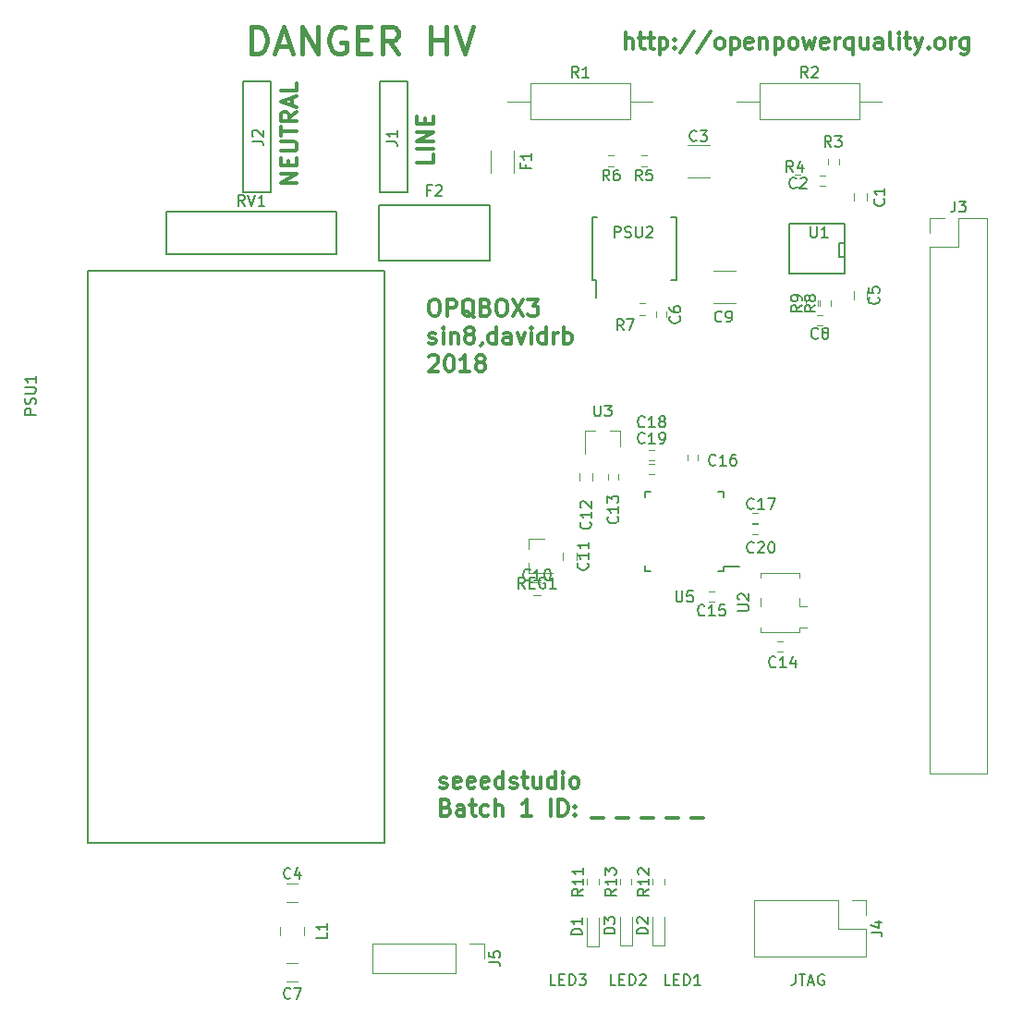
<source format=gbr>
G04 #@! TF.FileFunction,Legend,Top*
%FSLAX46Y46*%
G04 Gerber Fmt 4.6, Leading zero omitted, Abs format (unit mm)*
G04 Created by KiCad (PCBNEW 4.0.7) date Fri May 11 12:16:42 2018*
%MOMM*%
%LPD*%
G01*
G04 APERTURE LIST*
%ADD10C,0.100000*%
%ADD11C,0.300000*%
%ADD12C,0.200000*%
%ADD13C,0.400000*%
%ADD14C,0.150000*%
%ADD15C,0.120000*%
G04 APERTURE END LIST*
D10*
D11*
X129285714Y-139332143D02*
X129428571Y-139403571D01*
X129714286Y-139403571D01*
X129857143Y-139332143D01*
X129928571Y-139189286D01*
X129928571Y-139117857D01*
X129857143Y-138975000D01*
X129714286Y-138903571D01*
X129500000Y-138903571D01*
X129357143Y-138832143D01*
X129285714Y-138689286D01*
X129285714Y-138617857D01*
X129357143Y-138475000D01*
X129500000Y-138403571D01*
X129714286Y-138403571D01*
X129857143Y-138475000D01*
X131142857Y-139332143D02*
X131000000Y-139403571D01*
X130714286Y-139403571D01*
X130571429Y-139332143D01*
X130500000Y-139189286D01*
X130500000Y-138617857D01*
X130571429Y-138475000D01*
X130714286Y-138403571D01*
X131000000Y-138403571D01*
X131142857Y-138475000D01*
X131214286Y-138617857D01*
X131214286Y-138760714D01*
X130500000Y-138903571D01*
X132428571Y-139332143D02*
X132285714Y-139403571D01*
X132000000Y-139403571D01*
X131857143Y-139332143D01*
X131785714Y-139189286D01*
X131785714Y-138617857D01*
X131857143Y-138475000D01*
X132000000Y-138403571D01*
X132285714Y-138403571D01*
X132428571Y-138475000D01*
X132500000Y-138617857D01*
X132500000Y-138760714D01*
X131785714Y-138903571D01*
X133714285Y-139332143D02*
X133571428Y-139403571D01*
X133285714Y-139403571D01*
X133142857Y-139332143D01*
X133071428Y-139189286D01*
X133071428Y-138617857D01*
X133142857Y-138475000D01*
X133285714Y-138403571D01*
X133571428Y-138403571D01*
X133714285Y-138475000D01*
X133785714Y-138617857D01*
X133785714Y-138760714D01*
X133071428Y-138903571D01*
X135071428Y-139403571D02*
X135071428Y-137903571D01*
X135071428Y-139332143D02*
X134928571Y-139403571D01*
X134642857Y-139403571D01*
X134499999Y-139332143D01*
X134428571Y-139260714D01*
X134357142Y-139117857D01*
X134357142Y-138689286D01*
X134428571Y-138546429D01*
X134499999Y-138475000D01*
X134642857Y-138403571D01*
X134928571Y-138403571D01*
X135071428Y-138475000D01*
X135714285Y-139332143D02*
X135857142Y-139403571D01*
X136142857Y-139403571D01*
X136285714Y-139332143D01*
X136357142Y-139189286D01*
X136357142Y-139117857D01*
X136285714Y-138975000D01*
X136142857Y-138903571D01*
X135928571Y-138903571D01*
X135785714Y-138832143D01*
X135714285Y-138689286D01*
X135714285Y-138617857D01*
X135785714Y-138475000D01*
X135928571Y-138403571D01*
X136142857Y-138403571D01*
X136285714Y-138475000D01*
X136785714Y-138403571D02*
X137357143Y-138403571D01*
X137000000Y-137903571D02*
X137000000Y-139189286D01*
X137071428Y-139332143D01*
X137214286Y-139403571D01*
X137357143Y-139403571D01*
X138500000Y-138403571D02*
X138500000Y-139403571D01*
X137857143Y-138403571D02*
X137857143Y-139189286D01*
X137928571Y-139332143D01*
X138071429Y-139403571D01*
X138285714Y-139403571D01*
X138428571Y-139332143D01*
X138500000Y-139260714D01*
X139857143Y-139403571D02*
X139857143Y-137903571D01*
X139857143Y-139332143D02*
X139714286Y-139403571D01*
X139428572Y-139403571D01*
X139285714Y-139332143D01*
X139214286Y-139260714D01*
X139142857Y-139117857D01*
X139142857Y-138689286D01*
X139214286Y-138546429D01*
X139285714Y-138475000D01*
X139428572Y-138403571D01*
X139714286Y-138403571D01*
X139857143Y-138475000D01*
X140571429Y-139403571D02*
X140571429Y-138403571D01*
X140571429Y-137903571D02*
X140500000Y-137975000D01*
X140571429Y-138046429D01*
X140642857Y-137975000D01*
X140571429Y-137903571D01*
X140571429Y-138046429D01*
X141500001Y-139403571D02*
X141357143Y-139332143D01*
X141285715Y-139260714D01*
X141214286Y-139117857D01*
X141214286Y-138689286D01*
X141285715Y-138546429D01*
X141357143Y-138475000D01*
X141500001Y-138403571D01*
X141714286Y-138403571D01*
X141857143Y-138475000D01*
X141928572Y-138546429D01*
X142000001Y-138689286D01*
X142000001Y-139117857D01*
X141928572Y-139260714D01*
X141857143Y-139332143D01*
X141714286Y-139403571D01*
X141500001Y-139403571D01*
X129857143Y-141167857D02*
X130071429Y-141239286D01*
X130142857Y-141310714D01*
X130214286Y-141453571D01*
X130214286Y-141667857D01*
X130142857Y-141810714D01*
X130071429Y-141882143D01*
X129928571Y-141953571D01*
X129357143Y-141953571D01*
X129357143Y-140453571D01*
X129857143Y-140453571D01*
X130000000Y-140525000D01*
X130071429Y-140596429D01*
X130142857Y-140739286D01*
X130142857Y-140882143D01*
X130071429Y-141025000D01*
X130000000Y-141096429D01*
X129857143Y-141167857D01*
X129357143Y-141167857D01*
X131500000Y-141953571D02*
X131500000Y-141167857D01*
X131428571Y-141025000D01*
X131285714Y-140953571D01*
X131000000Y-140953571D01*
X130857143Y-141025000D01*
X131500000Y-141882143D02*
X131357143Y-141953571D01*
X131000000Y-141953571D01*
X130857143Y-141882143D01*
X130785714Y-141739286D01*
X130785714Y-141596429D01*
X130857143Y-141453571D01*
X131000000Y-141382143D01*
X131357143Y-141382143D01*
X131500000Y-141310714D01*
X132000000Y-140953571D02*
X132571429Y-140953571D01*
X132214286Y-140453571D02*
X132214286Y-141739286D01*
X132285714Y-141882143D01*
X132428572Y-141953571D01*
X132571429Y-141953571D01*
X133714286Y-141882143D02*
X133571429Y-141953571D01*
X133285715Y-141953571D01*
X133142857Y-141882143D01*
X133071429Y-141810714D01*
X133000000Y-141667857D01*
X133000000Y-141239286D01*
X133071429Y-141096429D01*
X133142857Y-141025000D01*
X133285715Y-140953571D01*
X133571429Y-140953571D01*
X133714286Y-141025000D01*
X134357143Y-141953571D02*
X134357143Y-140453571D01*
X135000000Y-141953571D02*
X135000000Y-141167857D01*
X134928571Y-141025000D01*
X134785714Y-140953571D01*
X134571429Y-140953571D01*
X134428571Y-141025000D01*
X134357143Y-141096429D01*
X137642857Y-141953571D02*
X136785714Y-141953571D01*
X137214286Y-141953571D02*
X137214286Y-140453571D01*
X137071429Y-140667857D01*
X136928571Y-140810714D01*
X136785714Y-140882143D01*
X139428571Y-141953571D02*
X139428571Y-140453571D01*
X140142857Y-141953571D02*
X140142857Y-140453571D01*
X140500000Y-140453571D01*
X140714285Y-140525000D01*
X140857143Y-140667857D01*
X140928571Y-140810714D01*
X141000000Y-141096429D01*
X141000000Y-141310714D01*
X140928571Y-141596429D01*
X140857143Y-141739286D01*
X140714285Y-141882143D01*
X140500000Y-141953571D01*
X140142857Y-141953571D01*
X141642857Y-141810714D02*
X141714285Y-141882143D01*
X141642857Y-141953571D01*
X141571428Y-141882143D01*
X141642857Y-141810714D01*
X141642857Y-141953571D01*
X141642857Y-141025000D02*
X141714285Y-141096429D01*
X141642857Y-141167857D01*
X141571428Y-141096429D01*
X141642857Y-141025000D01*
X141642857Y-141167857D01*
X143142857Y-142096429D02*
X144285714Y-142096429D01*
X145428571Y-142096429D02*
X146571428Y-142096429D01*
X147714285Y-142096429D02*
X148857142Y-142096429D01*
X149999999Y-142096429D02*
X151142856Y-142096429D01*
X152285713Y-142096429D02*
X153428570Y-142096429D01*
D12*
X139880953Y-157452381D02*
X139404762Y-157452381D01*
X139404762Y-156452381D01*
X140214286Y-156928571D02*
X140547620Y-156928571D01*
X140690477Y-157452381D02*
X140214286Y-157452381D01*
X140214286Y-156452381D01*
X140690477Y-156452381D01*
X141119048Y-157452381D02*
X141119048Y-156452381D01*
X141357143Y-156452381D01*
X141500001Y-156500000D01*
X141595239Y-156595238D01*
X141642858Y-156690476D01*
X141690477Y-156880952D01*
X141690477Y-157023810D01*
X141642858Y-157214286D01*
X141595239Y-157309524D01*
X141500001Y-157404762D01*
X141357143Y-157452381D01*
X141119048Y-157452381D01*
X142023810Y-156452381D02*
X142642858Y-156452381D01*
X142309524Y-156833333D01*
X142452382Y-156833333D01*
X142547620Y-156880952D01*
X142595239Y-156928571D01*
X142642858Y-157023810D01*
X142642858Y-157261905D01*
X142595239Y-157357143D01*
X142547620Y-157404762D01*
X142452382Y-157452381D01*
X142166667Y-157452381D01*
X142071429Y-157404762D01*
X142023810Y-157357143D01*
X145380953Y-157452381D02*
X144904762Y-157452381D01*
X144904762Y-156452381D01*
X145714286Y-156928571D02*
X146047620Y-156928571D01*
X146190477Y-157452381D02*
X145714286Y-157452381D01*
X145714286Y-156452381D01*
X146190477Y-156452381D01*
X146619048Y-157452381D02*
X146619048Y-156452381D01*
X146857143Y-156452381D01*
X147000001Y-156500000D01*
X147095239Y-156595238D01*
X147142858Y-156690476D01*
X147190477Y-156880952D01*
X147190477Y-157023810D01*
X147142858Y-157214286D01*
X147095239Y-157309524D01*
X147000001Y-157404762D01*
X146857143Y-157452381D01*
X146619048Y-157452381D01*
X147571429Y-156547619D02*
X147619048Y-156500000D01*
X147714286Y-156452381D01*
X147952382Y-156452381D01*
X148047620Y-156500000D01*
X148095239Y-156547619D01*
X148142858Y-156642857D01*
X148142858Y-156738095D01*
X148095239Y-156880952D01*
X147523810Y-157452381D01*
X148142858Y-157452381D01*
X150380953Y-157452381D02*
X149904762Y-157452381D01*
X149904762Y-156452381D01*
X150714286Y-156928571D02*
X151047620Y-156928571D01*
X151190477Y-157452381D02*
X150714286Y-157452381D01*
X150714286Y-156452381D01*
X151190477Y-156452381D01*
X151619048Y-157452381D02*
X151619048Y-156452381D01*
X151857143Y-156452381D01*
X152000001Y-156500000D01*
X152095239Y-156595238D01*
X152142858Y-156690476D01*
X152190477Y-156880952D01*
X152190477Y-157023810D01*
X152142858Y-157214286D01*
X152095239Y-157309524D01*
X152000001Y-157404762D01*
X151857143Y-157452381D01*
X151619048Y-157452381D01*
X153142858Y-157452381D02*
X152571429Y-157452381D01*
X152857143Y-157452381D02*
X152857143Y-156452381D01*
X152761905Y-156595238D01*
X152666667Y-156690476D01*
X152571429Y-156738095D01*
X161833334Y-156452381D02*
X161833334Y-157166667D01*
X161785714Y-157309524D01*
X161690476Y-157404762D01*
X161547619Y-157452381D01*
X161452381Y-157452381D01*
X162166667Y-156452381D02*
X162738096Y-156452381D01*
X162452381Y-157452381D02*
X162452381Y-156452381D01*
X163023810Y-157166667D02*
X163500001Y-157166667D01*
X162928572Y-157452381D02*
X163261905Y-156452381D01*
X163595239Y-157452381D01*
X164452382Y-156500000D02*
X164357144Y-156452381D01*
X164214287Y-156452381D01*
X164071429Y-156500000D01*
X163976191Y-156595238D01*
X163928572Y-156690476D01*
X163880953Y-156880952D01*
X163880953Y-157023810D01*
X163928572Y-157214286D01*
X163976191Y-157309524D01*
X164071429Y-157404762D01*
X164214287Y-157452381D01*
X164309525Y-157452381D01*
X164452382Y-157404762D01*
X164500001Y-157357143D01*
X164500001Y-157023810D01*
X164309525Y-157023810D01*
D13*
X112000000Y-72130952D02*
X112000000Y-69630952D01*
X112595238Y-69630952D01*
X112952381Y-69750000D01*
X113190476Y-69988095D01*
X113309524Y-70226190D01*
X113428572Y-70702381D01*
X113428572Y-71059524D01*
X113309524Y-71535714D01*
X113190476Y-71773810D01*
X112952381Y-72011905D01*
X112595238Y-72130952D01*
X112000000Y-72130952D01*
X114380952Y-71416667D02*
X115571429Y-71416667D01*
X114142857Y-72130952D02*
X114976191Y-69630952D01*
X115809524Y-72130952D01*
X116642857Y-72130952D02*
X116642857Y-69630952D01*
X118071429Y-72130952D01*
X118071429Y-69630952D01*
X120571429Y-69750000D02*
X120333334Y-69630952D01*
X119976191Y-69630952D01*
X119619048Y-69750000D01*
X119380953Y-69988095D01*
X119261905Y-70226190D01*
X119142857Y-70702381D01*
X119142857Y-71059524D01*
X119261905Y-71535714D01*
X119380953Y-71773810D01*
X119619048Y-72011905D01*
X119976191Y-72130952D01*
X120214286Y-72130952D01*
X120571429Y-72011905D01*
X120690477Y-71892857D01*
X120690477Y-71059524D01*
X120214286Y-71059524D01*
X121761905Y-70821429D02*
X122595238Y-70821429D01*
X122952381Y-72130952D02*
X121761905Y-72130952D01*
X121761905Y-69630952D01*
X122952381Y-69630952D01*
X125452382Y-72130952D02*
X124619048Y-70940476D01*
X124023810Y-72130952D02*
X124023810Y-69630952D01*
X124976191Y-69630952D01*
X125214286Y-69750000D01*
X125333334Y-69869048D01*
X125452382Y-70107143D01*
X125452382Y-70464286D01*
X125333334Y-70702381D01*
X125214286Y-70821429D01*
X124976191Y-70940476D01*
X124023810Y-70940476D01*
X128428572Y-72130952D02*
X128428572Y-69630952D01*
X128428572Y-70821429D02*
X129857144Y-70821429D01*
X129857144Y-72130952D02*
X129857144Y-69630952D01*
X130690477Y-69630952D02*
X131523811Y-72130952D01*
X132357144Y-69630952D01*
D11*
X116178571Y-83964286D02*
X114678571Y-83964286D01*
X116178571Y-83107143D01*
X114678571Y-83107143D01*
X115392857Y-82392857D02*
X115392857Y-81892857D01*
X116178571Y-81678571D02*
X116178571Y-82392857D01*
X114678571Y-82392857D01*
X114678571Y-81678571D01*
X114678571Y-81035714D02*
X115892857Y-81035714D01*
X116035714Y-80964286D01*
X116107143Y-80892857D01*
X116178571Y-80750000D01*
X116178571Y-80464286D01*
X116107143Y-80321428D01*
X116035714Y-80250000D01*
X115892857Y-80178571D01*
X114678571Y-80178571D01*
X114678571Y-79678571D02*
X114678571Y-78821428D01*
X116178571Y-79249999D02*
X114678571Y-79249999D01*
X116178571Y-77464285D02*
X115464286Y-77964285D01*
X116178571Y-78321428D02*
X114678571Y-78321428D01*
X114678571Y-77750000D01*
X114750000Y-77607142D01*
X114821429Y-77535714D01*
X114964286Y-77464285D01*
X115178571Y-77464285D01*
X115321429Y-77535714D01*
X115392857Y-77607142D01*
X115464286Y-77750000D01*
X115464286Y-78321428D01*
X115750000Y-76892857D02*
X115750000Y-76178571D01*
X116178571Y-77035714D02*
X114678571Y-76535714D01*
X116178571Y-76035714D01*
X116178571Y-74821428D02*
X116178571Y-75535714D01*
X114678571Y-75535714D01*
X128678571Y-81357143D02*
X128678571Y-82071429D01*
X127178571Y-82071429D01*
X128678571Y-80857143D02*
X127178571Y-80857143D01*
X128678571Y-80142857D02*
X127178571Y-80142857D01*
X128678571Y-79285714D01*
X127178571Y-79285714D01*
X127892857Y-78571428D02*
X127892857Y-78071428D01*
X128678571Y-77857142D02*
X128678571Y-78571428D01*
X127178571Y-78571428D01*
X127178571Y-77857142D01*
X146321428Y-71678571D02*
X146321428Y-70178571D01*
X146964285Y-71678571D02*
X146964285Y-70892857D01*
X146892856Y-70750000D01*
X146749999Y-70678571D01*
X146535714Y-70678571D01*
X146392856Y-70750000D01*
X146321428Y-70821429D01*
X147464285Y-70678571D02*
X148035714Y-70678571D01*
X147678571Y-70178571D02*
X147678571Y-71464286D01*
X147749999Y-71607143D01*
X147892857Y-71678571D01*
X148035714Y-71678571D01*
X148321428Y-70678571D02*
X148892857Y-70678571D01*
X148535714Y-70178571D02*
X148535714Y-71464286D01*
X148607142Y-71607143D01*
X148750000Y-71678571D01*
X148892857Y-71678571D01*
X149392857Y-70678571D02*
X149392857Y-72178571D01*
X149392857Y-70750000D02*
X149535714Y-70678571D01*
X149821428Y-70678571D01*
X149964285Y-70750000D01*
X150035714Y-70821429D01*
X150107143Y-70964286D01*
X150107143Y-71392857D01*
X150035714Y-71535714D01*
X149964285Y-71607143D01*
X149821428Y-71678571D01*
X149535714Y-71678571D01*
X149392857Y-71607143D01*
X150750000Y-71535714D02*
X150821428Y-71607143D01*
X150750000Y-71678571D01*
X150678571Y-71607143D01*
X150750000Y-71535714D01*
X150750000Y-71678571D01*
X150750000Y-70750000D02*
X150821428Y-70821429D01*
X150750000Y-70892857D01*
X150678571Y-70821429D01*
X150750000Y-70750000D01*
X150750000Y-70892857D01*
X152535714Y-70107143D02*
X151250000Y-72035714D01*
X154107143Y-70107143D02*
X152821429Y-72035714D01*
X154821430Y-71678571D02*
X154678572Y-71607143D01*
X154607144Y-71535714D01*
X154535715Y-71392857D01*
X154535715Y-70964286D01*
X154607144Y-70821429D01*
X154678572Y-70750000D01*
X154821430Y-70678571D01*
X155035715Y-70678571D01*
X155178572Y-70750000D01*
X155250001Y-70821429D01*
X155321430Y-70964286D01*
X155321430Y-71392857D01*
X155250001Y-71535714D01*
X155178572Y-71607143D01*
X155035715Y-71678571D01*
X154821430Y-71678571D01*
X155964287Y-70678571D02*
X155964287Y-72178571D01*
X155964287Y-70750000D02*
X156107144Y-70678571D01*
X156392858Y-70678571D01*
X156535715Y-70750000D01*
X156607144Y-70821429D01*
X156678573Y-70964286D01*
X156678573Y-71392857D01*
X156607144Y-71535714D01*
X156535715Y-71607143D01*
X156392858Y-71678571D01*
X156107144Y-71678571D01*
X155964287Y-71607143D01*
X157892858Y-71607143D02*
X157750001Y-71678571D01*
X157464287Y-71678571D01*
X157321430Y-71607143D01*
X157250001Y-71464286D01*
X157250001Y-70892857D01*
X157321430Y-70750000D01*
X157464287Y-70678571D01*
X157750001Y-70678571D01*
X157892858Y-70750000D01*
X157964287Y-70892857D01*
X157964287Y-71035714D01*
X157250001Y-71178571D01*
X158607144Y-70678571D02*
X158607144Y-71678571D01*
X158607144Y-70821429D02*
X158678572Y-70750000D01*
X158821430Y-70678571D01*
X159035715Y-70678571D01*
X159178572Y-70750000D01*
X159250001Y-70892857D01*
X159250001Y-71678571D01*
X159964287Y-70678571D02*
X159964287Y-72178571D01*
X159964287Y-70750000D02*
X160107144Y-70678571D01*
X160392858Y-70678571D01*
X160535715Y-70750000D01*
X160607144Y-70821429D01*
X160678573Y-70964286D01*
X160678573Y-71392857D01*
X160607144Y-71535714D01*
X160535715Y-71607143D01*
X160392858Y-71678571D01*
X160107144Y-71678571D01*
X159964287Y-71607143D01*
X161535716Y-71678571D02*
X161392858Y-71607143D01*
X161321430Y-71535714D01*
X161250001Y-71392857D01*
X161250001Y-70964286D01*
X161321430Y-70821429D01*
X161392858Y-70750000D01*
X161535716Y-70678571D01*
X161750001Y-70678571D01*
X161892858Y-70750000D01*
X161964287Y-70821429D01*
X162035716Y-70964286D01*
X162035716Y-71392857D01*
X161964287Y-71535714D01*
X161892858Y-71607143D01*
X161750001Y-71678571D01*
X161535716Y-71678571D01*
X162535716Y-70678571D02*
X162821430Y-71678571D01*
X163107144Y-70964286D01*
X163392859Y-71678571D01*
X163678573Y-70678571D01*
X164821430Y-71607143D02*
X164678573Y-71678571D01*
X164392859Y-71678571D01*
X164250002Y-71607143D01*
X164178573Y-71464286D01*
X164178573Y-70892857D01*
X164250002Y-70750000D01*
X164392859Y-70678571D01*
X164678573Y-70678571D01*
X164821430Y-70750000D01*
X164892859Y-70892857D01*
X164892859Y-71035714D01*
X164178573Y-71178571D01*
X165535716Y-71678571D02*
X165535716Y-70678571D01*
X165535716Y-70964286D02*
X165607144Y-70821429D01*
X165678573Y-70750000D01*
X165821430Y-70678571D01*
X165964287Y-70678571D01*
X167107144Y-70678571D02*
X167107144Y-72178571D01*
X167107144Y-71607143D02*
X166964287Y-71678571D01*
X166678573Y-71678571D01*
X166535715Y-71607143D01*
X166464287Y-71535714D01*
X166392858Y-71392857D01*
X166392858Y-70964286D01*
X166464287Y-70821429D01*
X166535715Y-70750000D01*
X166678573Y-70678571D01*
X166964287Y-70678571D01*
X167107144Y-70750000D01*
X168464287Y-70678571D02*
X168464287Y-71678571D01*
X167821430Y-70678571D02*
X167821430Y-71464286D01*
X167892858Y-71607143D01*
X168035716Y-71678571D01*
X168250001Y-71678571D01*
X168392858Y-71607143D01*
X168464287Y-71535714D01*
X169821430Y-71678571D02*
X169821430Y-70892857D01*
X169750001Y-70750000D01*
X169607144Y-70678571D01*
X169321430Y-70678571D01*
X169178573Y-70750000D01*
X169821430Y-71607143D02*
X169678573Y-71678571D01*
X169321430Y-71678571D01*
X169178573Y-71607143D01*
X169107144Y-71464286D01*
X169107144Y-71321429D01*
X169178573Y-71178571D01*
X169321430Y-71107143D01*
X169678573Y-71107143D01*
X169821430Y-71035714D01*
X170750002Y-71678571D02*
X170607144Y-71607143D01*
X170535716Y-71464286D01*
X170535716Y-70178571D01*
X171321430Y-71678571D02*
X171321430Y-70678571D01*
X171321430Y-70178571D02*
X171250001Y-70250000D01*
X171321430Y-70321429D01*
X171392858Y-70250000D01*
X171321430Y-70178571D01*
X171321430Y-70321429D01*
X171821430Y-70678571D02*
X172392859Y-70678571D01*
X172035716Y-70178571D02*
X172035716Y-71464286D01*
X172107144Y-71607143D01*
X172250002Y-71678571D01*
X172392859Y-71678571D01*
X172750002Y-70678571D02*
X173107145Y-71678571D01*
X173464287Y-70678571D02*
X173107145Y-71678571D01*
X172964287Y-72035714D01*
X172892859Y-72107143D01*
X172750002Y-72178571D01*
X174035716Y-71535714D02*
X174107144Y-71607143D01*
X174035716Y-71678571D01*
X173964287Y-71607143D01*
X174035716Y-71535714D01*
X174035716Y-71678571D01*
X174964288Y-71678571D02*
X174821430Y-71607143D01*
X174750002Y-71535714D01*
X174678573Y-71392857D01*
X174678573Y-70964286D01*
X174750002Y-70821429D01*
X174821430Y-70750000D01*
X174964288Y-70678571D01*
X175178573Y-70678571D01*
X175321430Y-70750000D01*
X175392859Y-70821429D01*
X175464288Y-70964286D01*
X175464288Y-71392857D01*
X175392859Y-71535714D01*
X175321430Y-71607143D01*
X175178573Y-71678571D01*
X174964288Y-71678571D01*
X176107145Y-71678571D02*
X176107145Y-70678571D01*
X176107145Y-70964286D02*
X176178573Y-70821429D01*
X176250002Y-70750000D01*
X176392859Y-70678571D01*
X176535716Y-70678571D01*
X177678573Y-70678571D02*
X177678573Y-71892857D01*
X177607144Y-72035714D01*
X177535716Y-72107143D01*
X177392859Y-72178571D01*
X177178573Y-72178571D01*
X177035716Y-72107143D01*
X177678573Y-71607143D02*
X177535716Y-71678571D01*
X177250002Y-71678571D01*
X177107144Y-71607143D01*
X177035716Y-71535714D01*
X176964287Y-71392857D01*
X176964287Y-70964286D01*
X177035716Y-70821429D01*
X177107144Y-70750000D01*
X177250002Y-70678571D01*
X177535716Y-70678571D01*
X177678573Y-70750000D01*
X128642857Y-94628571D02*
X128928571Y-94628571D01*
X129071429Y-94700000D01*
X129214286Y-94842857D01*
X129285714Y-95128571D01*
X129285714Y-95628571D01*
X129214286Y-95914286D01*
X129071429Y-96057143D01*
X128928571Y-96128571D01*
X128642857Y-96128571D01*
X128500000Y-96057143D01*
X128357143Y-95914286D01*
X128285714Y-95628571D01*
X128285714Y-95128571D01*
X128357143Y-94842857D01*
X128500000Y-94700000D01*
X128642857Y-94628571D01*
X129928572Y-96128571D02*
X129928572Y-94628571D01*
X130500000Y-94628571D01*
X130642858Y-94700000D01*
X130714286Y-94771429D01*
X130785715Y-94914286D01*
X130785715Y-95128571D01*
X130714286Y-95271429D01*
X130642858Y-95342857D01*
X130500000Y-95414286D01*
X129928572Y-95414286D01*
X132428572Y-96271429D02*
X132285715Y-96200000D01*
X132142858Y-96057143D01*
X131928572Y-95842857D01*
X131785715Y-95771429D01*
X131642858Y-95771429D01*
X131714286Y-96128571D02*
X131571429Y-96057143D01*
X131428572Y-95914286D01*
X131357143Y-95628571D01*
X131357143Y-95128571D01*
X131428572Y-94842857D01*
X131571429Y-94700000D01*
X131714286Y-94628571D01*
X132000000Y-94628571D01*
X132142858Y-94700000D01*
X132285715Y-94842857D01*
X132357143Y-95128571D01*
X132357143Y-95628571D01*
X132285715Y-95914286D01*
X132142858Y-96057143D01*
X132000000Y-96128571D01*
X131714286Y-96128571D01*
X133500001Y-95342857D02*
X133714287Y-95414286D01*
X133785715Y-95485714D01*
X133857144Y-95628571D01*
X133857144Y-95842857D01*
X133785715Y-95985714D01*
X133714287Y-96057143D01*
X133571429Y-96128571D01*
X133000001Y-96128571D01*
X133000001Y-94628571D01*
X133500001Y-94628571D01*
X133642858Y-94700000D01*
X133714287Y-94771429D01*
X133785715Y-94914286D01*
X133785715Y-95057143D01*
X133714287Y-95200000D01*
X133642858Y-95271429D01*
X133500001Y-95342857D01*
X133000001Y-95342857D01*
X134785715Y-94628571D02*
X135071429Y-94628571D01*
X135214287Y-94700000D01*
X135357144Y-94842857D01*
X135428572Y-95128571D01*
X135428572Y-95628571D01*
X135357144Y-95914286D01*
X135214287Y-96057143D01*
X135071429Y-96128571D01*
X134785715Y-96128571D01*
X134642858Y-96057143D01*
X134500001Y-95914286D01*
X134428572Y-95628571D01*
X134428572Y-95128571D01*
X134500001Y-94842857D01*
X134642858Y-94700000D01*
X134785715Y-94628571D01*
X135928573Y-94628571D02*
X136928573Y-96128571D01*
X136928573Y-94628571D02*
X135928573Y-96128571D01*
X137357144Y-94628571D02*
X138285715Y-94628571D01*
X137785715Y-95200000D01*
X138000001Y-95200000D01*
X138142858Y-95271429D01*
X138214287Y-95342857D01*
X138285715Y-95485714D01*
X138285715Y-95842857D01*
X138214287Y-95985714D01*
X138142858Y-96057143D01*
X138000001Y-96128571D01*
X137571429Y-96128571D01*
X137428572Y-96057143D01*
X137357144Y-95985714D01*
X128285714Y-98607143D02*
X128428571Y-98678571D01*
X128714286Y-98678571D01*
X128857143Y-98607143D01*
X128928571Y-98464286D01*
X128928571Y-98392857D01*
X128857143Y-98250000D01*
X128714286Y-98178571D01*
X128500000Y-98178571D01*
X128357143Y-98107143D01*
X128285714Y-97964286D01*
X128285714Y-97892857D01*
X128357143Y-97750000D01*
X128500000Y-97678571D01*
X128714286Y-97678571D01*
X128857143Y-97750000D01*
X129571429Y-98678571D02*
X129571429Y-97678571D01*
X129571429Y-97178571D02*
X129500000Y-97250000D01*
X129571429Y-97321429D01*
X129642857Y-97250000D01*
X129571429Y-97178571D01*
X129571429Y-97321429D01*
X130285715Y-97678571D02*
X130285715Y-98678571D01*
X130285715Y-97821429D02*
X130357143Y-97750000D01*
X130500001Y-97678571D01*
X130714286Y-97678571D01*
X130857143Y-97750000D01*
X130928572Y-97892857D01*
X130928572Y-98678571D01*
X131857144Y-97821429D02*
X131714286Y-97750000D01*
X131642858Y-97678571D01*
X131571429Y-97535714D01*
X131571429Y-97464286D01*
X131642858Y-97321429D01*
X131714286Y-97250000D01*
X131857144Y-97178571D01*
X132142858Y-97178571D01*
X132285715Y-97250000D01*
X132357144Y-97321429D01*
X132428572Y-97464286D01*
X132428572Y-97535714D01*
X132357144Y-97678571D01*
X132285715Y-97750000D01*
X132142858Y-97821429D01*
X131857144Y-97821429D01*
X131714286Y-97892857D01*
X131642858Y-97964286D01*
X131571429Y-98107143D01*
X131571429Y-98392857D01*
X131642858Y-98535714D01*
X131714286Y-98607143D01*
X131857144Y-98678571D01*
X132142858Y-98678571D01*
X132285715Y-98607143D01*
X132357144Y-98535714D01*
X132428572Y-98392857D01*
X132428572Y-98107143D01*
X132357144Y-97964286D01*
X132285715Y-97892857D01*
X132142858Y-97821429D01*
X133142857Y-98607143D02*
X133142857Y-98678571D01*
X133071429Y-98821429D01*
X133000000Y-98892857D01*
X134428572Y-98678571D02*
X134428572Y-97178571D01*
X134428572Y-98607143D02*
X134285715Y-98678571D01*
X134000001Y-98678571D01*
X133857143Y-98607143D01*
X133785715Y-98535714D01*
X133714286Y-98392857D01*
X133714286Y-97964286D01*
X133785715Y-97821429D01*
X133857143Y-97750000D01*
X134000001Y-97678571D01*
X134285715Y-97678571D01*
X134428572Y-97750000D01*
X135785715Y-98678571D02*
X135785715Y-97892857D01*
X135714286Y-97750000D01*
X135571429Y-97678571D01*
X135285715Y-97678571D01*
X135142858Y-97750000D01*
X135785715Y-98607143D02*
X135642858Y-98678571D01*
X135285715Y-98678571D01*
X135142858Y-98607143D01*
X135071429Y-98464286D01*
X135071429Y-98321429D01*
X135142858Y-98178571D01*
X135285715Y-98107143D01*
X135642858Y-98107143D01*
X135785715Y-98035714D01*
X136357144Y-97678571D02*
X136714287Y-98678571D01*
X137071429Y-97678571D01*
X137642858Y-98678571D02*
X137642858Y-97678571D01*
X137642858Y-97178571D02*
X137571429Y-97250000D01*
X137642858Y-97321429D01*
X137714286Y-97250000D01*
X137642858Y-97178571D01*
X137642858Y-97321429D01*
X139000001Y-98678571D02*
X139000001Y-97178571D01*
X139000001Y-98607143D02*
X138857144Y-98678571D01*
X138571430Y-98678571D01*
X138428572Y-98607143D01*
X138357144Y-98535714D01*
X138285715Y-98392857D01*
X138285715Y-97964286D01*
X138357144Y-97821429D01*
X138428572Y-97750000D01*
X138571430Y-97678571D01*
X138857144Y-97678571D01*
X139000001Y-97750000D01*
X139714287Y-98678571D02*
X139714287Y-97678571D01*
X139714287Y-97964286D02*
X139785715Y-97821429D01*
X139857144Y-97750000D01*
X140000001Y-97678571D01*
X140142858Y-97678571D01*
X140642858Y-98678571D02*
X140642858Y-97178571D01*
X140642858Y-97750000D02*
X140785715Y-97678571D01*
X141071429Y-97678571D01*
X141214286Y-97750000D01*
X141285715Y-97821429D01*
X141357144Y-97964286D01*
X141357144Y-98392857D01*
X141285715Y-98535714D01*
X141214286Y-98607143D01*
X141071429Y-98678571D01*
X140785715Y-98678571D01*
X140642858Y-98607143D01*
X128285714Y-99871429D02*
X128357143Y-99800000D01*
X128500000Y-99728571D01*
X128857143Y-99728571D01*
X129000000Y-99800000D01*
X129071429Y-99871429D01*
X129142857Y-100014286D01*
X129142857Y-100157143D01*
X129071429Y-100371429D01*
X128214286Y-101228571D01*
X129142857Y-101228571D01*
X130071428Y-99728571D02*
X130214285Y-99728571D01*
X130357142Y-99800000D01*
X130428571Y-99871429D01*
X130500000Y-100014286D01*
X130571428Y-100300000D01*
X130571428Y-100657143D01*
X130500000Y-100942857D01*
X130428571Y-101085714D01*
X130357142Y-101157143D01*
X130214285Y-101228571D01*
X130071428Y-101228571D01*
X129928571Y-101157143D01*
X129857142Y-101085714D01*
X129785714Y-100942857D01*
X129714285Y-100657143D01*
X129714285Y-100300000D01*
X129785714Y-100014286D01*
X129857142Y-99871429D01*
X129928571Y-99800000D01*
X130071428Y-99728571D01*
X131999999Y-101228571D02*
X131142856Y-101228571D01*
X131571428Y-101228571D02*
X131571428Y-99728571D01*
X131428571Y-99942857D01*
X131285713Y-100085714D01*
X131142856Y-100157143D01*
X132857142Y-100371429D02*
X132714284Y-100300000D01*
X132642856Y-100228571D01*
X132571427Y-100085714D01*
X132571427Y-100014286D01*
X132642856Y-99871429D01*
X132714284Y-99800000D01*
X132857142Y-99728571D01*
X133142856Y-99728571D01*
X133285713Y-99800000D01*
X133357142Y-99871429D01*
X133428570Y-100014286D01*
X133428570Y-100085714D01*
X133357142Y-100228571D01*
X133285713Y-100300000D01*
X133142856Y-100371429D01*
X132857142Y-100371429D01*
X132714284Y-100442857D01*
X132642856Y-100514286D01*
X132571427Y-100657143D01*
X132571427Y-100942857D01*
X132642856Y-101085714D01*
X132714284Y-101157143D01*
X132857142Y-101228571D01*
X133142856Y-101228571D01*
X133285713Y-101157143D01*
X133357142Y-101085714D01*
X133428570Y-100942857D01*
X133428570Y-100657143D01*
X133357142Y-100514286D01*
X133285713Y-100442857D01*
X133142856Y-100371429D01*
D14*
X119750000Y-86600000D02*
X104250000Y-86600000D01*
X119750000Y-90500000D02*
X104250000Y-90500000D01*
X104250000Y-90500000D02*
X104250000Y-86600000D01*
X119750000Y-90500000D02*
X119750000Y-86600000D01*
D15*
X158620000Y-120080000D02*
X158620000Y-119690000D01*
X158620000Y-119690000D02*
X162220000Y-119690000D01*
X162220000Y-119690000D02*
X162220000Y-120080000D01*
X158620000Y-122760000D02*
X158620000Y-122020000D01*
X162920000Y-124700000D02*
X162220000Y-124700000D01*
X162220000Y-124700000D02*
X162220000Y-125090000D01*
X162220000Y-125090000D02*
X158620000Y-125090000D01*
X158620000Y-125090000D02*
X158620000Y-124700000D01*
X162220000Y-122020000D02*
X162220000Y-122760000D01*
X162220000Y-122760000D02*
X162920000Y-122760000D01*
D14*
X143255000Y-92885000D02*
X143605000Y-92885000D01*
X143255000Y-87135000D02*
X143705000Y-87135000D01*
X150905000Y-87135000D02*
X150455000Y-87135000D01*
X150905000Y-92885000D02*
X150455000Y-92885000D01*
X143255000Y-92885000D02*
X143255000Y-87135000D01*
X150905000Y-92885000D02*
X150905000Y-87135000D01*
X143605000Y-92885000D02*
X143605000Y-94485000D01*
D15*
X167230000Y-85610000D02*
X167230000Y-84910000D01*
X168430000Y-84910000D02*
X168430000Y-85610000D01*
X164080000Y-84230000D02*
X164580000Y-84230000D01*
X164580000Y-83290000D02*
X164080000Y-83290000D01*
X153954000Y-80464000D02*
X151954000Y-80464000D01*
X151954000Y-83424000D02*
X153954000Y-83424000D01*
X116250000Y-148150000D02*
X115250000Y-148150000D01*
X115250000Y-149850000D02*
X116250000Y-149850000D01*
X168430000Y-93910000D02*
X168430000Y-94610000D01*
X167230000Y-94610000D02*
X167230000Y-93910000D01*
X150050000Y-96260000D02*
X150050000Y-95760000D01*
X149110000Y-95760000D02*
X149110000Y-96260000D01*
X116250000Y-155400000D02*
X115250000Y-155400000D01*
X115250000Y-157100000D02*
X116250000Y-157100000D01*
X163830000Y-96980000D02*
X164330000Y-96980000D01*
X164330000Y-96040000D02*
X163830000Y-96040000D01*
X156330000Y-92030000D02*
X154330000Y-92030000D01*
X154330000Y-94990000D02*
X156330000Y-94990000D01*
X143270000Y-110540000D02*
X143270000Y-111240000D01*
X142070000Y-111240000D02*
X142070000Y-110540000D01*
X145640000Y-111140000D02*
X145640000Y-110640000D01*
X144700000Y-110640000D02*
X144700000Y-111140000D01*
X160670000Y-125920000D02*
X160170000Y-125920000D01*
X160170000Y-126860000D02*
X160670000Y-126860000D01*
X153920000Y-122360000D02*
X154420000Y-122360000D01*
X154420000Y-121420000D02*
X153920000Y-121420000D01*
X151950000Y-108890000D02*
X151950000Y-109390000D01*
X152890000Y-109390000D02*
X152890000Y-108890000D01*
X158420000Y-114170000D02*
X157920000Y-114170000D01*
X157920000Y-115110000D02*
X158420000Y-115110000D01*
X148920000Y-108420000D02*
X148420000Y-108420000D01*
X148420000Y-109360000D02*
X148920000Y-109360000D01*
X148920000Y-109670000D02*
X148420000Y-109670000D01*
X148420000Y-110610000D02*
X148920000Y-110610000D01*
X158420000Y-115170000D02*
X157920000Y-115170000D01*
X157920000Y-116110000D02*
X158420000Y-116110000D01*
X142750000Y-153900000D02*
X143850000Y-153900000D01*
X143850000Y-153900000D02*
X143850000Y-151300000D01*
X142750000Y-153900000D02*
X142750000Y-151300000D01*
X148750000Y-153800000D02*
X149850000Y-153800000D01*
X149850000Y-153800000D02*
X149850000Y-151200000D01*
X148750000Y-153800000D02*
X148750000Y-151200000D01*
X145750000Y-153800000D02*
X146850000Y-153800000D01*
X146850000Y-153800000D02*
X146850000Y-151200000D01*
X145750000Y-153800000D02*
X145750000Y-151200000D01*
X133930000Y-83000000D02*
X133930000Y-81000000D01*
X136070000Y-81000000D02*
X136070000Y-83000000D01*
D14*
X133830000Y-91040000D02*
X123670000Y-91040000D01*
X123670000Y-91040000D02*
X123670000Y-85960000D01*
X123670000Y-85960000D02*
X133830000Y-85960000D01*
X133830000Y-85960000D02*
X133830000Y-91040000D01*
X123730000Y-83560000D02*
X123730000Y-75940000D01*
X123730000Y-75940000D02*
X123730000Y-74670000D01*
X123730000Y-74670000D02*
X126270000Y-74670000D01*
X126270000Y-74670000D02*
X126270000Y-84830000D01*
X126270000Y-84830000D02*
X123730000Y-84830000D01*
X123730000Y-84830000D02*
X123730000Y-83560000D01*
X111230000Y-83560000D02*
X111230000Y-75940000D01*
X111230000Y-75940000D02*
X111230000Y-74670000D01*
X111230000Y-74670000D02*
X113770000Y-74670000D01*
X113770000Y-74670000D02*
X113770000Y-84830000D01*
X113770000Y-84830000D02*
X111230000Y-84830000D01*
X111230000Y-84830000D02*
X111230000Y-83560000D01*
D15*
X123050000Y-153670000D02*
X123050000Y-156330000D01*
X130730000Y-153670000D02*
X123050000Y-153670000D01*
X130730000Y-156330000D02*
X123050000Y-156330000D01*
X130730000Y-153670000D02*
X130730000Y-156330000D01*
X132000000Y-153670000D02*
X133330000Y-153670000D01*
X133330000Y-153670000D02*
X133330000Y-155000000D01*
X116850000Y-152150000D02*
X116850000Y-152850000D01*
X114650000Y-152150000D02*
X114650000Y-152850000D01*
X164800000Y-81760000D02*
X164800000Y-82260000D01*
X165860000Y-82260000D02*
X165860000Y-81760000D01*
X161750000Y-84280000D02*
X162250000Y-84280000D01*
X162250000Y-83220000D02*
X161750000Y-83220000D01*
X147704000Y-82474000D02*
X148204000Y-82474000D01*
X148204000Y-81414000D02*
X147704000Y-81414000D01*
X144704000Y-82474000D02*
X145204000Y-82474000D01*
X145204000Y-81414000D02*
X144704000Y-81414000D01*
X147580000Y-96040000D02*
X148080000Y-96040000D01*
X148080000Y-94980000D02*
X147580000Y-94980000D01*
X164050000Y-94760000D02*
X164050000Y-95260000D01*
X165110000Y-95260000D02*
X165110000Y-94760000D01*
X162800000Y-94760000D02*
X162800000Y-95260000D01*
X163860000Y-95260000D02*
X163860000Y-94760000D01*
X142770000Y-147750000D02*
X142770000Y-148250000D01*
X143830000Y-148250000D02*
X143830000Y-147750000D01*
X148770000Y-147750000D02*
X148770000Y-148250000D01*
X149830000Y-148250000D02*
X149830000Y-147750000D01*
X145770000Y-147750000D02*
X145770000Y-148250000D01*
X146830000Y-148250000D02*
X146830000Y-147750000D01*
D14*
X166370000Y-92296000D02*
X161290000Y-92296000D01*
X161290000Y-92296000D02*
X161290000Y-87724000D01*
X161290000Y-87724000D02*
X166370000Y-87724000D01*
X166370000Y-87724000D02*
X166370000Y-92296000D01*
X166370000Y-90772000D02*
X165862000Y-90772000D01*
X165862000Y-90772000D02*
X165862000Y-89502000D01*
X165862000Y-89502000D02*
X166370000Y-89502000D01*
D15*
X145750000Y-106630000D02*
X144820000Y-106630000D01*
X142590000Y-106630000D02*
X143520000Y-106630000D01*
X142590000Y-106630000D02*
X142590000Y-108790000D01*
X145750000Y-106630000D02*
X145750000Y-108090000D01*
D14*
X155295000Y-119515000D02*
X155295000Y-119065000D01*
X148045000Y-119515000D02*
X148045000Y-118990000D01*
X148045000Y-112265000D02*
X148045000Y-112790000D01*
X155295000Y-112265000D02*
X155295000Y-112790000D01*
X155295000Y-119515000D02*
X154770000Y-119515000D01*
X155295000Y-112265000D02*
X154770000Y-112265000D01*
X148045000Y-112265000D02*
X148570000Y-112265000D01*
X148045000Y-119515000D02*
X148570000Y-119515000D01*
X155295000Y-119065000D02*
X156670000Y-119065000D01*
D15*
X158560000Y-74840000D02*
X158560000Y-78160000D01*
X158560000Y-78160000D02*
X167680000Y-78160000D01*
X167680000Y-78160000D02*
X167680000Y-74840000D01*
X167680000Y-74840000D02*
X158560000Y-74840000D01*
X156480000Y-76500000D02*
X158560000Y-76500000D01*
X169760000Y-76500000D02*
X167680000Y-76500000D01*
X137560000Y-74840000D02*
X137560000Y-78160000D01*
X137560000Y-78160000D02*
X146680000Y-78160000D01*
X146680000Y-78160000D02*
X146680000Y-74840000D01*
X146680000Y-74840000D02*
X137560000Y-74840000D01*
X135480000Y-76500000D02*
X137560000Y-76500000D01*
X148760000Y-76500000D02*
X146680000Y-76500000D01*
X137820000Y-120540000D02*
X138520000Y-120540000D01*
X138520000Y-121740000D02*
X137820000Y-121740000D01*
X141770000Y-117790000D02*
X141770000Y-118490000D01*
X140570000Y-118490000D02*
X140570000Y-117790000D01*
X137410000Y-116560000D02*
X137410000Y-117490000D01*
X137410000Y-119720000D02*
X137410000Y-118790000D01*
X137410000Y-119720000D02*
X139570000Y-119720000D01*
X137410000Y-116560000D02*
X138870000Y-116560000D01*
X158050000Y-149670000D02*
X158050000Y-154870000D01*
X165730000Y-149670000D02*
X158050000Y-149670000D01*
X168330000Y-154870000D02*
X158050000Y-154870000D01*
X165730000Y-149670000D02*
X165730000Y-152270000D01*
X165730000Y-152270000D02*
X168330000Y-152270000D01*
X168330000Y-152270000D02*
X168330000Y-154870000D01*
X167000000Y-149670000D02*
X168330000Y-149670000D01*
X168330000Y-149670000D02*
X168330000Y-151000000D01*
X174170000Y-138090000D02*
X179370000Y-138090000D01*
X174170000Y-89770000D02*
X174170000Y-138090000D01*
X179370000Y-87170000D02*
X179370000Y-138090000D01*
X174170000Y-89770000D02*
X176770000Y-89770000D01*
X176770000Y-89770000D02*
X176770000Y-87170000D01*
X176770000Y-87170000D02*
X179370000Y-87170000D01*
X174170000Y-88500000D02*
X174170000Y-87170000D01*
X174170000Y-87170000D02*
X175500000Y-87170000D01*
D14*
X97000000Y-144450000D02*
X124200000Y-144450000D01*
X124200000Y-92050000D02*
X97000000Y-92050000D01*
X124200000Y-144450000D02*
X124200000Y-92050000D01*
X97000000Y-92050000D02*
X97000000Y-144450000D01*
X111404762Y-86052381D02*
X111071428Y-85576190D01*
X110833333Y-86052381D02*
X110833333Y-85052381D01*
X111214286Y-85052381D01*
X111309524Y-85100000D01*
X111357143Y-85147619D01*
X111404762Y-85242857D01*
X111404762Y-85385714D01*
X111357143Y-85480952D01*
X111309524Y-85528571D01*
X111214286Y-85576190D01*
X110833333Y-85576190D01*
X111690476Y-85052381D02*
X112023809Y-86052381D01*
X112357143Y-85052381D01*
X113214286Y-86052381D02*
X112642857Y-86052381D01*
X112928571Y-86052381D02*
X112928571Y-85052381D01*
X112833333Y-85195238D01*
X112738095Y-85290476D01*
X112642857Y-85338095D01*
X156572381Y-123151905D02*
X157381905Y-123151905D01*
X157477143Y-123104286D01*
X157524762Y-123056667D01*
X157572381Y-122961429D01*
X157572381Y-122770952D01*
X157524762Y-122675714D01*
X157477143Y-122628095D01*
X157381905Y-122580476D01*
X156572381Y-122580476D01*
X156667619Y-122151905D02*
X156620000Y-122104286D01*
X156572381Y-122009048D01*
X156572381Y-121770952D01*
X156620000Y-121675714D01*
X156667619Y-121628095D01*
X156762857Y-121580476D01*
X156858095Y-121580476D01*
X157000952Y-121628095D01*
X157572381Y-122199524D01*
X157572381Y-121580476D01*
X145261905Y-88952381D02*
X145261905Y-87952381D01*
X145642858Y-87952381D01*
X145738096Y-88000000D01*
X145785715Y-88047619D01*
X145833334Y-88142857D01*
X145833334Y-88285714D01*
X145785715Y-88380952D01*
X145738096Y-88428571D01*
X145642858Y-88476190D01*
X145261905Y-88476190D01*
X146214286Y-88904762D02*
X146357143Y-88952381D01*
X146595239Y-88952381D01*
X146690477Y-88904762D01*
X146738096Y-88857143D01*
X146785715Y-88761905D01*
X146785715Y-88666667D01*
X146738096Y-88571429D01*
X146690477Y-88523810D01*
X146595239Y-88476190D01*
X146404762Y-88428571D01*
X146309524Y-88380952D01*
X146261905Y-88333333D01*
X146214286Y-88238095D01*
X146214286Y-88142857D01*
X146261905Y-88047619D01*
X146309524Y-88000000D01*
X146404762Y-87952381D01*
X146642858Y-87952381D01*
X146785715Y-88000000D01*
X147214286Y-87952381D02*
X147214286Y-88761905D01*
X147261905Y-88857143D01*
X147309524Y-88904762D01*
X147404762Y-88952381D01*
X147595239Y-88952381D01*
X147690477Y-88904762D01*
X147738096Y-88857143D01*
X147785715Y-88761905D01*
X147785715Y-87952381D01*
X148214286Y-88047619D02*
X148261905Y-88000000D01*
X148357143Y-87952381D01*
X148595239Y-87952381D01*
X148690477Y-88000000D01*
X148738096Y-88047619D01*
X148785715Y-88142857D01*
X148785715Y-88238095D01*
X148738096Y-88380952D01*
X148166667Y-88952381D01*
X148785715Y-88952381D01*
X169937143Y-85426666D02*
X169984762Y-85474285D01*
X170032381Y-85617142D01*
X170032381Y-85712380D01*
X169984762Y-85855238D01*
X169889524Y-85950476D01*
X169794286Y-85998095D01*
X169603810Y-86045714D01*
X169460952Y-86045714D01*
X169270476Y-85998095D01*
X169175238Y-85950476D01*
X169080000Y-85855238D01*
X169032381Y-85712380D01*
X169032381Y-85617142D01*
X169080000Y-85474285D01*
X169127619Y-85426666D01*
X170032381Y-84474285D02*
X170032381Y-85045714D01*
X170032381Y-84760000D02*
X169032381Y-84760000D01*
X169175238Y-84855238D01*
X169270476Y-84950476D01*
X169318095Y-85045714D01*
X161913334Y-84367143D02*
X161865715Y-84414762D01*
X161722858Y-84462381D01*
X161627620Y-84462381D01*
X161484762Y-84414762D01*
X161389524Y-84319524D01*
X161341905Y-84224286D01*
X161294286Y-84033810D01*
X161294286Y-83890952D01*
X161341905Y-83700476D01*
X161389524Y-83605238D01*
X161484762Y-83510000D01*
X161627620Y-83462381D01*
X161722858Y-83462381D01*
X161865715Y-83510000D01*
X161913334Y-83557619D01*
X162294286Y-83557619D02*
X162341905Y-83510000D01*
X162437143Y-83462381D01*
X162675239Y-83462381D01*
X162770477Y-83510000D01*
X162818096Y-83557619D01*
X162865715Y-83652857D01*
X162865715Y-83748095D01*
X162818096Y-83890952D01*
X162246667Y-84462381D01*
X162865715Y-84462381D01*
X152787334Y-80051143D02*
X152739715Y-80098762D01*
X152596858Y-80146381D01*
X152501620Y-80146381D01*
X152358762Y-80098762D01*
X152263524Y-80003524D01*
X152215905Y-79908286D01*
X152168286Y-79717810D01*
X152168286Y-79574952D01*
X152215905Y-79384476D01*
X152263524Y-79289238D01*
X152358762Y-79194000D01*
X152501620Y-79146381D01*
X152596858Y-79146381D01*
X152739715Y-79194000D01*
X152787334Y-79241619D01*
X153120667Y-79146381D02*
X153739715Y-79146381D01*
X153406381Y-79527333D01*
X153549239Y-79527333D01*
X153644477Y-79574952D01*
X153692096Y-79622571D01*
X153739715Y-79717810D01*
X153739715Y-79955905D01*
X153692096Y-80051143D01*
X153644477Y-80098762D01*
X153549239Y-80146381D01*
X153263524Y-80146381D01*
X153168286Y-80098762D01*
X153120667Y-80051143D01*
X115583334Y-147607143D02*
X115535715Y-147654762D01*
X115392858Y-147702381D01*
X115297620Y-147702381D01*
X115154762Y-147654762D01*
X115059524Y-147559524D01*
X115011905Y-147464286D01*
X114964286Y-147273810D01*
X114964286Y-147130952D01*
X115011905Y-146940476D01*
X115059524Y-146845238D01*
X115154762Y-146750000D01*
X115297620Y-146702381D01*
X115392858Y-146702381D01*
X115535715Y-146750000D01*
X115583334Y-146797619D01*
X116440477Y-147035714D02*
X116440477Y-147702381D01*
X116202381Y-146654762D02*
X115964286Y-147369048D01*
X116583334Y-147369048D01*
X169437143Y-94426666D02*
X169484762Y-94474285D01*
X169532381Y-94617142D01*
X169532381Y-94712380D01*
X169484762Y-94855238D01*
X169389524Y-94950476D01*
X169294286Y-94998095D01*
X169103810Y-95045714D01*
X168960952Y-95045714D01*
X168770476Y-94998095D01*
X168675238Y-94950476D01*
X168580000Y-94855238D01*
X168532381Y-94712380D01*
X168532381Y-94617142D01*
X168580000Y-94474285D01*
X168627619Y-94426666D01*
X168532381Y-93521904D02*
X168532381Y-93998095D01*
X169008571Y-94045714D01*
X168960952Y-93998095D01*
X168913333Y-93902857D01*
X168913333Y-93664761D01*
X168960952Y-93569523D01*
X169008571Y-93521904D01*
X169103810Y-93474285D01*
X169341905Y-93474285D01*
X169437143Y-93521904D01*
X169484762Y-93569523D01*
X169532381Y-93664761D01*
X169532381Y-93902857D01*
X169484762Y-93998095D01*
X169437143Y-94045714D01*
X151207143Y-96176666D02*
X151254762Y-96224285D01*
X151302381Y-96367142D01*
X151302381Y-96462380D01*
X151254762Y-96605238D01*
X151159524Y-96700476D01*
X151064286Y-96748095D01*
X150873810Y-96795714D01*
X150730952Y-96795714D01*
X150540476Y-96748095D01*
X150445238Y-96700476D01*
X150350000Y-96605238D01*
X150302381Y-96462380D01*
X150302381Y-96367142D01*
X150350000Y-96224285D01*
X150397619Y-96176666D01*
X150302381Y-95319523D02*
X150302381Y-95510000D01*
X150350000Y-95605238D01*
X150397619Y-95652857D01*
X150540476Y-95748095D01*
X150730952Y-95795714D01*
X151111905Y-95795714D01*
X151207143Y-95748095D01*
X151254762Y-95700476D01*
X151302381Y-95605238D01*
X151302381Y-95414761D01*
X151254762Y-95319523D01*
X151207143Y-95271904D01*
X151111905Y-95224285D01*
X150873810Y-95224285D01*
X150778571Y-95271904D01*
X150730952Y-95319523D01*
X150683333Y-95414761D01*
X150683333Y-95605238D01*
X150730952Y-95700476D01*
X150778571Y-95748095D01*
X150873810Y-95795714D01*
X115583334Y-158607143D02*
X115535715Y-158654762D01*
X115392858Y-158702381D01*
X115297620Y-158702381D01*
X115154762Y-158654762D01*
X115059524Y-158559524D01*
X115011905Y-158464286D01*
X114964286Y-158273810D01*
X114964286Y-158130952D01*
X115011905Y-157940476D01*
X115059524Y-157845238D01*
X115154762Y-157750000D01*
X115297620Y-157702381D01*
X115392858Y-157702381D01*
X115535715Y-157750000D01*
X115583334Y-157797619D01*
X115916667Y-157702381D02*
X116583334Y-157702381D01*
X116154762Y-158702381D01*
X163913334Y-98137143D02*
X163865715Y-98184762D01*
X163722858Y-98232381D01*
X163627620Y-98232381D01*
X163484762Y-98184762D01*
X163389524Y-98089524D01*
X163341905Y-97994286D01*
X163294286Y-97803810D01*
X163294286Y-97660952D01*
X163341905Y-97470476D01*
X163389524Y-97375238D01*
X163484762Y-97280000D01*
X163627620Y-97232381D01*
X163722858Y-97232381D01*
X163865715Y-97280000D01*
X163913334Y-97327619D01*
X164484762Y-97660952D02*
X164389524Y-97613333D01*
X164341905Y-97565714D01*
X164294286Y-97470476D01*
X164294286Y-97422857D01*
X164341905Y-97327619D01*
X164389524Y-97280000D01*
X164484762Y-97232381D01*
X164675239Y-97232381D01*
X164770477Y-97280000D01*
X164818096Y-97327619D01*
X164865715Y-97422857D01*
X164865715Y-97470476D01*
X164818096Y-97565714D01*
X164770477Y-97613333D01*
X164675239Y-97660952D01*
X164484762Y-97660952D01*
X164389524Y-97708571D01*
X164341905Y-97756190D01*
X164294286Y-97851429D01*
X164294286Y-98041905D01*
X164341905Y-98137143D01*
X164389524Y-98184762D01*
X164484762Y-98232381D01*
X164675239Y-98232381D01*
X164770477Y-98184762D01*
X164818096Y-98137143D01*
X164865715Y-98041905D01*
X164865715Y-97851429D01*
X164818096Y-97756190D01*
X164770477Y-97708571D01*
X164675239Y-97660952D01*
X155083334Y-96607143D02*
X155035715Y-96654762D01*
X154892858Y-96702381D01*
X154797620Y-96702381D01*
X154654762Y-96654762D01*
X154559524Y-96559524D01*
X154511905Y-96464286D01*
X154464286Y-96273810D01*
X154464286Y-96130952D01*
X154511905Y-95940476D01*
X154559524Y-95845238D01*
X154654762Y-95750000D01*
X154797620Y-95702381D01*
X154892858Y-95702381D01*
X155035715Y-95750000D01*
X155083334Y-95797619D01*
X155559524Y-96702381D02*
X155750000Y-96702381D01*
X155845239Y-96654762D01*
X155892858Y-96607143D01*
X155988096Y-96464286D01*
X156035715Y-96273810D01*
X156035715Y-95892857D01*
X155988096Y-95797619D01*
X155940477Y-95750000D01*
X155845239Y-95702381D01*
X155654762Y-95702381D01*
X155559524Y-95750000D01*
X155511905Y-95797619D01*
X155464286Y-95892857D01*
X155464286Y-96130952D01*
X155511905Y-96226190D01*
X155559524Y-96273810D01*
X155654762Y-96321429D01*
X155845239Y-96321429D01*
X155940477Y-96273810D01*
X155988096Y-96226190D01*
X156035715Y-96130952D01*
X143027143Y-115032857D02*
X143074762Y-115080476D01*
X143122381Y-115223333D01*
X143122381Y-115318571D01*
X143074762Y-115461429D01*
X142979524Y-115556667D01*
X142884286Y-115604286D01*
X142693810Y-115651905D01*
X142550952Y-115651905D01*
X142360476Y-115604286D01*
X142265238Y-115556667D01*
X142170000Y-115461429D01*
X142122381Y-115318571D01*
X142122381Y-115223333D01*
X142170000Y-115080476D01*
X142217619Y-115032857D01*
X143122381Y-114080476D02*
X143122381Y-114651905D01*
X143122381Y-114366191D02*
X142122381Y-114366191D01*
X142265238Y-114461429D01*
X142360476Y-114556667D01*
X142408095Y-114651905D01*
X142217619Y-113699524D02*
X142170000Y-113651905D01*
X142122381Y-113556667D01*
X142122381Y-113318571D01*
X142170000Y-113223333D01*
X142217619Y-113175714D01*
X142312857Y-113128095D01*
X142408095Y-113128095D01*
X142550952Y-113175714D01*
X143122381Y-113747143D01*
X143122381Y-113128095D01*
X145527143Y-114532857D02*
X145574762Y-114580476D01*
X145622381Y-114723333D01*
X145622381Y-114818571D01*
X145574762Y-114961429D01*
X145479524Y-115056667D01*
X145384286Y-115104286D01*
X145193810Y-115151905D01*
X145050952Y-115151905D01*
X144860476Y-115104286D01*
X144765238Y-115056667D01*
X144670000Y-114961429D01*
X144622381Y-114818571D01*
X144622381Y-114723333D01*
X144670000Y-114580476D01*
X144717619Y-114532857D01*
X145622381Y-113580476D02*
X145622381Y-114151905D01*
X145622381Y-113866191D02*
X144622381Y-113866191D01*
X144765238Y-113961429D01*
X144860476Y-114056667D01*
X144908095Y-114151905D01*
X144622381Y-113247143D02*
X144622381Y-112628095D01*
X145003333Y-112961429D01*
X145003333Y-112818571D01*
X145050952Y-112723333D01*
X145098571Y-112675714D01*
X145193810Y-112628095D01*
X145431905Y-112628095D01*
X145527143Y-112675714D01*
X145574762Y-112723333D01*
X145622381Y-112818571D01*
X145622381Y-113104286D01*
X145574762Y-113199524D01*
X145527143Y-113247143D01*
X160027143Y-128247143D02*
X159979524Y-128294762D01*
X159836667Y-128342381D01*
X159741429Y-128342381D01*
X159598571Y-128294762D01*
X159503333Y-128199524D01*
X159455714Y-128104286D01*
X159408095Y-127913810D01*
X159408095Y-127770952D01*
X159455714Y-127580476D01*
X159503333Y-127485238D01*
X159598571Y-127390000D01*
X159741429Y-127342381D01*
X159836667Y-127342381D01*
X159979524Y-127390000D01*
X160027143Y-127437619D01*
X160979524Y-128342381D02*
X160408095Y-128342381D01*
X160693809Y-128342381D02*
X160693809Y-127342381D01*
X160598571Y-127485238D01*
X160503333Y-127580476D01*
X160408095Y-127628095D01*
X161836667Y-127675714D02*
X161836667Y-128342381D01*
X161598571Y-127294762D02*
X161360476Y-128009048D01*
X161979524Y-128009048D01*
X153527143Y-123517143D02*
X153479524Y-123564762D01*
X153336667Y-123612381D01*
X153241429Y-123612381D01*
X153098571Y-123564762D01*
X153003333Y-123469524D01*
X152955714Y-123374286D01*
X152908095Y-123183810D01*
X152908095Y-123040952D01*
X152955714Y-122850476D01*
X153003333Y-122755238D01*
X153098571Y-122660000D01*
X153241429Y-122612381D01*
X153336667Y-122612381D01*
X153479524Y-122660000D01*
X153527143Y-122707619D01*
X154479524Y-123612381D02*
X153908095Y-123612381D01*
X154193809Y-123612381D02*
X154193809Y-122612381D01*
X154098571Y-122755238D01*
X154003333Y-122850476D01*
X153908095Y-122898095D01*
X155384286Y-122612381D02*
X154908095Y-122612381D01*
X154860476Y-123088571D01*
X154908095Y-123040952D01*
X155003333Y-122993333D01*
X155241429Y-122993333D01*
X155336667Y-123040952D01*
X155384286Y-123088571D01*
X155431905Y-123183810D01*
X155431905Y-123421905D01*
X155384286Y-123517143D01*
X155336667Y-123564762D01*
X155241429Y-123612381D01*
X155003333Y-123612381D01*
X154908095Y-123564762D01*
X154860476Y-123517143D01*
X154527143Y-109747143D02*
X154479524Y-109794762D01*
X154336667Y-109842381D01*
X154241429Y-109842381D01*
X154098571Y-109794762D01*
X154003333Y-109699524D01*
X153955714Y-109604286D01*
X153908095Y-109413810D01*
X153908095Y-109270952D01*
X153955714Y-109080476D01*
X154003333Y-108985238D01*
X154098571Y-108890000D01*
X154241429Y-108842381D01*
X154336667Y-108842381D01*
X154479524Y-108890000D01*
X154527143Y-108937619D01*
X155479524Y-109842381D02*
X154908095Y-109842381D01*
X155193809Y-109842381D02*
X155193809Y-108842381D01*
X155098571Y-108985238D01*
X155003333Y-109080476D01*
X154908095Y-109128095D01*
X156336667Y-108842381D02*
X156146190Y-108842381D01*
X156050952Y-108890000D01*
X156003333Y-108937619D01*
X155908095Y-109080476D01*
X155860476Y-109270952D01*
X155860476Y-109651905D01*
X155908095Y-109747143D01*
X155955714Y-109794762D01*
X156050952Y-109842381D01*
X156241429Y-109842381D01*
X156336667Y-109794762D01*
X156384286Y-109747143D01*
X156431905Y-109651905D01*
X156431905Y-109413810D01*
X156384286Y-109318571D01*
X156336667Y-109270952D01*
X156241429Y-109223333D01*
X156050952Y-109223333D01*
X155955714Y-109270952D01*
X155908095Y-109318571D01*
X155860476Y-109413810D01*
X158027143Y-113747143D02*
X157979524Y-113794762D01*
X157836667Y-113842381D01*
X157741429Y-113842381D01*
X157598571Y-113794762D01*
X157503333Y-113699524D01*
X157455714Y-113604286D01*
X157408095Y-113413810D01*
X157408095Y-113270952D01*
X157455714Y-113080476D01*
X157503333Y-112985238D01*
X157598571Y-112890000D01*
X157741429Y-112842381D01*
X157836667Y-112842381D01*
X157979524Y-112890000D01*
X158027143Y-112937619D01*
X158979524Y-113842381D02*
X158408095Y-113842381D01*
X158693809Y-113842381D02*
X158693809Y-112842381D01*
X158598571Y-112985238D01*
X158503333Y-113080476D01*
X158408095Y-113128095D01*
X159312857Y-112842381D02*
X159979524Y-112842381D01*
X159550952Y-113842381D01*
X148027143Y-106247143D02*
X147979524Y-106294762D01*
X147836667Y-106342381D01*
X147741429Y-106342381D01*
X147598571Y-106294762D01*
X147503333Y-106199524D01*
X147455714Y-106104286D01*
X147408095Y-105913810D01*
X147408095Y-105770952D01*
X147455714Y-105580476D01*
X147503333Y-105485238D01*
X147598571Y-105390000D01*
X147741429Y-105342381D01*
X147836667Y-105342381D01*
X147979524Y-105390000D01*
X148027143Y-105437619D01*
X148979524Y-106342381D02*
X148408095Y-106342381D01*
X148693809Y-106342381D02*
X148693809Y-105342381D01*
X148598571Y-105485238D01*
X148503333Y-105580476D01*
X148408095Y-105628095D01*
X149550952Y-105770952D02*
X149455714Y-105723333D01*
X149408095Y-105675714D01*
X149360476Y-105580476D01*
X149360476Y-105532857D01*
X149408095Y-105437619D01*
X149455714Y-105390000D01*
X149550952Y-105342381D01*
X149741429Y-105342381D01*
X149836667Y-105390000D01*
X149884286Y-105437619D01*
X149931905Y-105532857D01*
X149931905Y-105580476D01*
X149884286Y-105675714D01*
X149836667Y-105723333D01*
X149741429Y-105770952D01*
X149550952Y-105770952D01*
X149455714Y-105818571D01*
X149408095Y-105866190D01*
X149360476Y-105961429D01*
X149360476Y-106151905D01*
X149408095Y-106247143D01*
X149455714Y-106294762D01*
X149550952Y-106342381D01*
X149741429Y-106342381D01*
X149836667Y-106294762D01*
X149884286Y-106247143D01*
X149931905Y-106151905D01*
X149931905Y-105961429D01*
X149884286Y-105866190D01*
X149836667Y-105818571D01*
X149741429Y-105770952D01*
X148027143Y-107747143D02*
X147979524Y-107794762D01*
X147836667Y-107842381D01*
X147741429Y-107842381D01*
X147598571Y-107794762D01*
X147503333Y-107699524D01*
X147455714Y-107604286D01*
X147408095Y-107413810D01*
X147408095Y-107270952D01*
X147455714Y-107080476D01*
X147503333Y-106985238D01*
X147598571Y-106890000D01*
X147741429Y-106842381D01*
X147836667Y-106842381D01*
X147979524Y-106890000D01*
X148027143Y-106937619D01*
X148979524Y-107842381D02*
X148408095Y-107842381D01*
X148693809Y-107842381D02*
X148693809Y-106842381D01*
X148598571Y-106985238D01*
X148503333Y-107080476D01*
X148408095Y-107128095D01*
X149455714Y-107842381D02*
X149646190Y-107842381D01*
X149741429Y-107794762D01*
X149789048Y-107747143D01*
X149884286Y-107604286D01*
X149931905Y-107413810D01*
X149931905Y-107032857D01*
X149884286Y-106937619D01*
X149836667Y-106890000D01*
X149741429Y-106842381D01*
X149550952Y-106842381D01*
X149455714Y-106890000D01*
X149408095Y-106937619D01*
X149360476Y-107032857D01*
X149360476Y-107270952D01*
X149408095Y-107366190D01*
X149455714Y-107413810D01*
X149550952Y-107461429D01*
X149741429Y-107461429D01*
X149836667Y-107413810D01*
X149884286Y-107366190D01*
X149931905Y-107270952D01*
X158027143Y-117747143D02*
X157979524Y-117794762D01*
X157836667Y-117842381D01*
X157741429Y-117842381D01*
X157598571Y-117794762D01*
X157503333Y-117699524D01*
X157455714Y-117604286D01*
X157408095Y-117413810D01*
X157408095Y-117270952D01*
X157455714Y-117080476D01*
X157503333Y-116985238D01*
X157598571Y-116890000D01*
X157741429Y-116842381D01*
X157836667Y-116842381D01*
X157979524Y-116890000D01*
X158027143Y-116937619D01*
X158408095Y-116937619D02*
X158455714Y-116890000D01*
X158550952Y-116842381D01*
X158789048Y-116842381D01*
X158884286Y-116890000D01*
X158931905Y-116937619D01*
X158979524Y-117032857D01*
X158979524Y-117128095D01*
X158931905Y-117270952D01*
X158360476Y-117842381D01*
X158979524Y-117842381D01*
X159598571Y-116842381D02*
X159693810Y-116842381D01*
X159789048Y-116890000D01*
X159836667Y-116937619D01*
X159884286Y-117032857D01*
X159931905Y-117223333D01*
X159931905Y-117461429D01*
X159884286Y-117651905D01*
X159836667Y-117747143D01*
X159789048Y-117794762D01*
X159693810Y-117842381D01*
X159598571Y-117842381D01*
X159503333Y-117794762D01*
X159455714Y-117747143D01*
X159408095Y-117651905D01*
X159360476Y-117461429D01*
X159360476Y-117223333D01*
X159408095Y-117032857D01*
X159455714Y-116937619D01*
X159503333Y-116890000D01*
X159598571Y-116842381D01*
X142302381Y-152838095D02*
X141302381Y-152838095D01*
X141302381Y-152600000D01*
X141350000Y-152457142D01*
X141445238Y-152361904D01*
X141540476Y-152314285D01*
X141730952Y-152266666D01*
X141873810Y-152266666D01*
X142064286Y-152314285D01*
X142159524Y-152361904D01*
X142254762Y-152457142D01*
X142302381Y-152600000D01*
X142302381Y-152838095D01*
X142302381Y-151314285D02*
X142302381Y-151885714D01*
X142302381Y-151600000D02*
X141302381Y-151600000D01*
X141445238Y-151695238D01*
X141540476Y-151790476D01*
X141588095Y-151885714D01*
X148302381Y-152738095D02*
X147302381Y-152738095D01*
X147302381Y-152500000D01*
X147350000Y-152357142D01*
X147445238Y-152261904D01*
X147540476Y-152214285D01*
X147730952Y-152166666D01*
X147873810Y-152166666D01*
X148064286Y-152214285D01*
X148159524Y-152261904D01*
X148254762Y-152357142D01*
X148302381Y-152500000D01*
X148302381Y-152738095D01*
X147397619Y-151785714D02*
X147350000Y-151738095D01*
X147302381Y-151642857D01*
X147302381Y-151404761D01*
X147350000Y-151309523D01*
X147397619Y-151261904D01*
X147492857Y-151214285D01*
X147588095Y-151214285D01*
X147730952Y-151261904D01*
X148302381Y-151833333D01*
X148302381Y-151214285D01*
X145302381Y-152738095D02*
X144302381Y-152738095D01*
X144302381Y-152500000D01*
X144350000Y-152357142D01*
X144445238Y-152261904D01*
X144540476Y-152214285D01*
X144730952Y-152166666D01*
X144873810Y-152166666D01*
X145064286Y-152214285D01*
X145159524Y-152261904D01*
X145254762Y-152357142D01*
X145302381Y-152500000D01*
X145302381Y-152738095D01*
X144302381Y-151833333D02*
X144302381Y-151214285D01*
X144683333Y-151547619D01*
X144683333Y-151404761D01*
X144730952Y-151309523D01*
X144778571Y-151261904D01*
X144873810Y-151214285D01*
X145111905Y-151214285D01*
X145207143Y-151261904D01*
X145254762Y-151309523D01*
X145302381Y-151404761D01*
X145302381Y-151690476D01*
X145254762Y-151785714D01*
X145207143Y-151833333D01*
X137128571Y-82283333D02*
X137128571Y-82616667D01*
X137652381Y-82616667D02*
X136652381Y-82616667D01*
X136652381Y-82140476D01*
X137652381Y-81235714D02*
X137652381Y-81807143D01*
X137652381Y-81521429D02*
X136652381Y-81521429D01*
X136795238Y-81616667D01*
X136890476Y-81711905D01*
X136938095Y-81807143D01*
X128416667Y-84618571D02*
X128083333Y-84618571D01*
X128083333Y-85142381D02*
X128083333Y-84142381D01*
X128559524Y-84142381D01*
X128892857Y-84237619D02*
X128940476Y-84190000D01*
X129035714Y-84142381D01*
X129273810Y-84142381D01*
X129369048Y-84190000D01*
X129416667Y-84237619D01*
X129464286Y-84332857D01*
X129464286Y-84428095D01*
X129416667Y-84570952D01*
X128845238Y-85142381D01*
X129464286Y-85142381D01*
X124374381Y-80169333D02*
X125088667Y-80169333D01*
X125231524Y-80216953D01*
X125326762Y-80312191D01*
X125374381Y-80455048D01*
X125374381Y-80550286D01*
X125374381Y-79169333D02*
X125374381Y-79740762D01*
X125374381Y-79455048D02*
X124374381Y-79455048D01*
X124517238Y-79550286D01*
X124612476Y-79645524D01*
X124660095Y-79740762D01*
X112068381Y-80123333D02*
X112782667Y-80123333D01*
X112925524Y-80170953D01*
X113020762Y-80266191D01*
X113068381Y-80409048D01*
X113068381Y-80504286D01*
X112163619Y-79694762D02*
X112116000Y-79647143D01*
X112068381Y-79551905D01*
X112068381Y-79313809D01*
X112116000Y-79218571D01*
X112163619Y-79170952D01*
X112258857Y-79123333D01*
X112354095Y-79123333D01*
X112496952Y-79170952D01*
X113068381Y-79742381D01*
X113068381Y-79123333D01*
X133782381Y-155333333D02*
X134496667Y-155333333D01*
X134639524Y-155380953D01*
X134734762Y-155476191D01*
X134782381Y-155619048D01*
X134782381Y-155714286D01*
X133782381Y-154380952D02*
X133782381Y-154857143D01*
X134258571Y-154904762D01*
X134210952Y-154857143D01*
X134163333Y-154761905D01*
X134163333Y-154523809D01*
X134210952Y-154428571D01*
X134258571Y-154380952D01*
X134353810Y-154333333D01*
X134591905Y-154333333D01*
X134687143Y-154380952D01*
X134734762Y-154428571D01*
X134782381Y-154523809D01*
X134782381Y-154761905D01*
X134734762Y-154857143D01*
X134687143Y-154904762D01*
X118952381Y-152666666D02*
X118952381Y-153142857D01*
X117952381Y-153142857D01*
X118952381Y-151809523D02*
X118952381Y-152380952D01*
X118952381Y-152095238D02*
X117952381Y-152095238D01*
X118095238Y-152190476D01*
X118190476Y-152285714D01*
X118238095Y-152380952D01*
X165113334Y-80662381D02*
X164780000Y-80186190D01*
X164541905Y-80662381D02*
X164541905Y-79662381D01*
X164922858Y-79662381D01*
X165018096Y-79710000D01*
X165065715Y-79757619D01*
X165113334Y-79852857D01*
X165113334Y-79995714D01*
X165065715Y-80090952D01*
X165018096Y-80138571D01*
X164922858Y-80186190D01*
X164541905Y-80186190D01*
X165446667Y-79662381D02*
X166065715Y-79662381D01*
X165732381Y-80043333D01*
X165875239Y-80043333D01*
X165970477Y-80090952D01*
X166018096Y-80138571D01*
X166065715Y-80233810D01*
X166065715Y-80471905D01*
X166018096Y-80567143D01*
X165970477Y-80614762D01*
X165875239Y-80662381D01*
X165589524Y-80662381D01*
X165494286Y-80614762D01*
X165446667Y-80567143D01*
X161633334Y-82952381D02*
X161300000Y-82476190D01*
X161061905Y-82952381D02*
X161061905Y-81952381D01*
X161442858Y-81952381D01*
X161538096Y-82000000D01*
X161585715Y-82047619D01*
X161633334Y-82142857D01*
X161633334Y-82285714D01*
X161585715Y-82380952D01*
X161538096Y-82428571D01*
X161442858Y-82476190D01*
X161061905Y-82476190D01*
X162490477Y-82285714D02*
X162490477Y-82952381D01*
X162252381Y-81904762D02*
X162014286Y-82619048D01*
X162633334Y-82619048D01*
X147787334Y-83746381D02*
X147454000Y-83270190D01*
X147215905Y-83746381D02*
X147215905Y-82746381D01*
X147596858Y-82746381D01*
X147692096Y-82794000D01*
X147739715Y-82841619D01*
X147787334Y-82936857D01*
X147787334Y-83079714D01*
X147739715Y-83174952D01*
X147692096Y-83222571D01*
X147596858Y-83270190D01*
X147215905Y-83270190D01*
X148692096Y-82746381D02*
X148215905Y-82746381D01*
X148168286Y-83222571D01*
X148215905Y-83174952D01*
X148311143Y-83127333D01*
X148549239Y-83127333D01*
X148644477Y-83174952D01*
X148692096Y-83222571D01*
X148739715Y-83317810D01*
X148739715Y-83555905D01*
X148692096Y-83651143D01*
X148644477Y-83698762D01*
X148549239Y-83746381D01*
X148311143Y-83746381D01*
X148215905Y-83698762D01*
X148168286Y-83651143D01*
X144787334Y-83746381D02*
X144454000Y-83270190D01*
X144215905Y-83746381D02*
X144215905Y-82746381D01*
X144596858Y-82746381D01*
X144692096Y-82794000D01*
X144739715Y-82841619D01*
X144787334Y-82936857D01*
X144787334Y-83079714D01*
X144739715Y-83174952D01*
X144692096Y-83222571D01*
X144596858Y-83270190D01*
X144215905Y-83270190D01*
X145644477Y-82746381D02*
X145454000Y-82746381D01*
X145358762Y-82794000D01*
X145311143Y-82841619D01*
X145215905Y-82984476D01*
X145168286Y-83174952D01*
X145168286Y-83555905D01*
X145215905Y-83651143D01*
X145263524Y-83698762D01*
X145358762Y-83746381D01*
X145549239Y-83746381D01*
X145644477Y-83698762D01*
X145692096Y-83651143D01*
X145739715Y-83555905D01*
X145739715Y-83317810D01*
X145692096Y-83222571D01*
X145644477Y-83174952D01*
X145549239Y-83127333D01*
X145358762Y-83127333D01*
X145263524Y-83174952D01*
X145215905Y-83222571D01*
X145168286Y-83317810D01*
X146083334Y-97452381D02*
X145750000Y-96976190D01*
X145511905Y-97452381D02*
X145511905Y-96452381D01*
X145892858Y-96452381D01*
X145988096Y-96500000D01*
X146035715Y-96547619D01*
X146083334Y-96642857D01*
X146083334Y-96785714D01*
X146035715Y-96880952D01*
X145988096Y-96928571D01*
X145892858Y-96976190D01*
X145511905Y-96976190D01*
X146416667Y-96452381D02*
X147083334Y-96452381D01*
X146654762Y-97452381D01*
X163682381Y-95176666D02*
X163206190Y-95510000D01*
X163682381Y-95748095D02*
X162682381Y-95748095D01*
X162682381Y-95367142D01*
X162730000Y-95271904D01*
X162777619Y-95224285D01*
X162872857Y-95176666D01*
X163015714Y-95176666D01*
X163110952Y-95224285D01*
X163158571Y-95271904D01*
X163206190Y-95367142D01*
X163206190Y-95748095D01*
X163110952Y-94605238D02*
X163063333Y-94700476D01*
X163015714Y-94748095D01*
X162920476Y-94795714D01*
X162872857Y-94795714D01*
X162777619Y-94748095D01*
X162730000Y-94700476D01*
X162682381Y-94605238D01*
X162682381Y-94414761D01*
X162730000Y-94319523D01*
X162777619Y-94271904D01*
X162872857Y-94224285D01*
X162920476Y-94224285D01*
X163015714Y-94271904D01*
X163063333Y-94319523D01*
X163110952Y-94414761D01*
X163110952Y-94605238D01*
X163158571Y-94700476D01*
X163206190Y-94748095D01*
X163301429Y-94795714D01*
X163491905Y-94795714D01*
X163587143Y-94748095D01*
X163634762Y-94700476D01*
X163682381Y-94605238D01*
X163682381Y-94414761D01*
X163634762Y-94319523D01*
X163587143Y-94271904D01*
X163491905Y-94224285D01*
X163301429Y-94224285D01*
X163206190Y-94271904D01*
X163158571Y-94319523D01*
X163110952Y-94414761D01*
X162432381Y-95176666D02*
X161956190Y-95510000D01*
X162432381Y-95748095D02*
X161432381Y-95748095D01*
X161432381Y-95367142D01*
X161480000Y-95271904D01*
X161527619Y-95224285D01*
X161622857Y-95176666D01*
X161765714Y-95176666D01*
X161860952Y-95224285D01*
X161908571Y-95271904D01*
X161956190Y-95367142D01*
X161956190Y-95748095D01*
X162432381Y-94700476D02*
X162432381Y-94510000D01*
X162384762Y-94414761D01*
X162337143Y-94367142D01*
X162194286Y-94271904D01*
X162003810Y-94224285D01*
X161622857Y-94224285D01*
X161527619Y-94271904D01*
X161480000Y-94319523D01*
X161432381Y-94414761D01*
X161432381Y-94605238D01*
X161480000Y-94700476D01*
X161527619Y-94748095D01*
X161622857Y-94795714D01*
X161860952Y-94795714D01*
X161956190Y-94748095D01*
X162003810Y-94700476D01*
X162051429Y-94605238D01*
X162051429Y-94414761D01*
X162003810Y-94319523D01*
X161956190Y-94271904D01*
X161860952Y-94224285D01*
X142402381Y-148642857D02*
X141926190Y-148976191D01*
X142402381Y-149214286D02*
X141402381Y-149214286D01*
X141402381Y-148833333D01*
X141450000Y-148738095D01*
X141497619Y-148690476D01*
X141592857Y-148642857D01*
X141735714Y-148642857D01*
X141830952Y-148690476D01*
X141878571Y-148738095D01*
X141926190Y-148833333D01*
X141926190Y-149214286D01*
X142402381Y-147690476D02*
X142402381Y-148261905D01*
X142402381Y-147976191D02*
X141402381Y-147976191D01*
X141545238Y-148071429D01*
X141640476Y-148166667D01*
X141688095Y-148261905D01*
X142402381Y-146738095D02*
X142402381Y-147309524D01*
X142402381Y-147023810D02*
X141402381Y-147023810D01*
X141545238Y-147119048D01*
X141640476Y-147214286D01*
X141688095Y-147309524D01*
X148402381Y-148642857D02*
X147926190Y-148976191D01*
X148402381Y-149214286D02*
X147402381Y-149214286D01*
X147402381Y-148833333D01*
X147450000Y-148738095D01*
X147497619Y-148690476D01*
X147592857Y-148642857D01*
X147735714Y-148642857D01*
X147830952Y-148690476D01*
X147878571Y-148738095D01*
X147926190Y-148833333D01*
X147926190Y-149214286D01*
X148402381Y-147690476D02*
X148402381Y-148261905D01*
X148402381Y-147976191D02*
X147402381Y-147976191D01*
X147545238Y-148071429D01*
X147640476Y-148166667D01*
X147688095Y-148261905D01*
X147497619Y-147309524D02*
X147450000Y-147261905D01*
X147402381Y-147166667D01*
X147402381Y-146928571D01*
X147450000Y-146833333D01*
X147497619Y-146785714D01*
X147592857Y-146738095D01*
X147688095Y-146738095D01*
X147830952Y-146785714D01*
X148402381Y-147357143D01*
X148402381Y-146738095D01*
X145402381Y-148642857D02*
X144926190Y-148976191D01*
X145402381Y-149214286D02*
X144402381Y-149214286D01*
X144402381Y-148833333D01*
X144450000Y-148738095D01*
X144497619Y-148690476D01*
X144592857Y-148642857D01*
X144735714Y-148642857D01*
X144830952Y-148690476D01*
X144878571Y-148738095D01*
X144926190Y-148833333D01*
X144926190Y-149214286D01*
X145402381Y-147690476D02*
X145402381Y-148261905D01*
X145402381Y-147976191D02*
X144402381Y-147976191D01*
X144545238Y-148071429D01*
X144640476Y-148166667D01*
X144688095Y-148261905D01*
X144402381Y-147357143D02*
X144402381Y-146738095D01*
X144783333Y-147071429D01*
X144783333Y-146928571D01*
X144830952Y-146833333D01*
X144878571Y-146785714D01*
X144973810Y-146738095D01*
X145211905Y-146738095D01*
X145307143Y-146785714D01*
X145354762Y-146833333D01*
X145402381Y-146928571D01*
X145402381Y-147214286D01*
X145354762Y-147309524D01*
X145307143Y-147357143D01*
X163238095Y-87952381D02*
X163238095Y-88761905D01*
X163285714Y-88857143D01*
X163333333Y-88904762D01*
X163428571Y-88952381D01*
X163619048Y-88952381D01*
X163714286Y-88904762D01*
X163761905Y-88857143D01*
X163809524Y-88761905D01*
X163809524Y-87952381D01*
X164809524Y-88952381D02*
X164238095Y-88952381D01*
X164523809Y-88952381D02*
X164523809Y-87952381D01*
X164428571Y-88095238D01*
X164333333Y-88190476D01*
X164238095Y-88238095D01*
X143408095Y-104342381D02*
X143408095Y-105151905D01*
X143455714Y-105247143D01*
X143503333Y-105294762D01*
X143598571Y-105342381D01*
X143789048Y-105342381D01*
X143884286Y-105294762D01*
X143931905Y-105247143D01*
X143979524Y-105151905D01*
X143979524Y-104342381D01*
X144360476Y-104342381D02*
X144979524Y-104342381D01*
X144646190Y-104723333D01*
X144789048Y-104723333D01*
X144884286Y-104770952D01*
X144931905Y-104818571D01*
X144979524Y-104913810D01*
X144979524Y-105151905D01*
X144931905Y-105247143D01*
X144884286Y-105294762D01*
X144789048Y-105342381D01*
X144503333Y-105342381D01*
X144408095Y-105294762D01*
X144360476Y-105247143D01*
X150908095Y-121342381D02*
X150908095Y-122151905D01*
X150955714Y-122247143D01*
X151003333Y-122294762D01*
X151098571Y-122342381D01*
X151289048Y-122342381D01*
X151384286Y-122294762D01*
X151431905Y-122247143D01*
X151479524Y-122151905D01*
X151479524Y-121342381D01*
X152431905Y-121342381D02*
X151955714Y-121342381D01*
X151908095Y-121818571D01*
X151955714Y-121770952D01*
X152050952Y-121723333D01*
X152289048Y-121723333D01*
X152384286Y-121770952D01*
X152431905Y-121818571D01*
X152479524Y-121913810D01*
X152479524Y-122151905D01*
X152431905Y-122247143D01*
X152384286Y-122294762D01*
X152289048Y-122342381D01*
X152050952Y-122342381D01*
X151955714Y-122294762D01*
X151908095Y-122247143D01*
X162953334Y-74292381D02*
X162620000Y-73816190D01*
X162381905Y-74292381D02*
X162381905Y-73292381D01*
X162762858Y-73292381D01*
X162858096Y-73340000D01*
X162905715Y-73387619D01*
X162953334Y-73482857D01*
X162953334Y-73625714D01*
X162905715Y-73720952D01*
X162858096Y-73768571D01*
X162762858Y-73816190D01*
X162381905Y-73816190D01*
X163334286Y-73387619D02*
X163381905Y-73340000D01*
X163477143Y-73292381D01*
X163715239Y-73292381D01*
X163810477Y-73340000D01*
X163858096Y-73387619D01*
X163905715Y-73482857D01*
X163905715Y-73578095D01*
X163858096Y-73720952D01*
X163286667Y-74292381D01*
X163905715Y-74292381D01*
X141953334Y-74292381D02*
X141620000Y-73816190D01*
X141381905Y-74292381D02*
X141381905Y-73292381D01*
X141762858Y-73292381D01*
X141858096Y-73340000D01*
X141905715Y-73387619D01*
X141953334Y-73482857D01*
X141953334Y-73625714D01*
X141905715Y-73720952D01*
X141858096Y-73768571D01*
X141762858Y-73816190D01*
X141381905Y-73816190D01*
X142905715Y-74292381D02*
X142334286Y-74292381D01*
X142620000Y-74292381D02*
X142620000Y-73292381D01*
X142524762Y-73435238D01*
X142429524Y-73530476D01*
X142334286Y-73578095D01*
X137527143Y-120247143D02*
X137479524Y-120294762D01*
X137336667Y-120342381D01*
X137241429Y-120342381D01*
X137098571Y-120294762D01*
X137003333Y-120199524D01*
X136955714Y-120104286D01*
X136908095Y-119913810D01*
X136908095Y-119770952D01*
X136955714Y-119580476D01*
X137003333Y-119485238D01*
X137098571Y-119390000D01*
X137241429Y-119342381D01*
X137336667Y-119342381D01*
X137479524Y-119390000D01*
X137527143Y-119437619D01*
X138479524Y-120342381D02*
X137908095Y-120342381D01*
X138193809Y-120342381D02*
X138193809Y-119342381D01*
X138098571Y-119485238D01*
X138003333Y-119580476D01*
X137908095Y-119628095D01*
X139098571Y-119342381D02*
X139193810Y-119342381D01*
X139289048Y-119390000D01*
X139336667Y-119437619D01*
X139384286Y-119532857D01*
X139431905Y-119723333D01*
X139431905Y-119961429D01*
X139384286Y-120151905D01*
X139336667Y-120247143D01*
X139289048Y-120294762D01*
X139193810Y-120342381D01*
X139098571Y-120342381D01*
X139003333Y-120294762D01*
X138955714Y-120247143D01*
X138908095Y-120151905D01*
X138860476Y-119961429D01*
X138860476Y-119723333D01*
X138908095Y-119532857D01*
X138955714Y-119437619D01*
X139003333Y-119390000D01*
X139098571Y-119342381D01*
X142777143Y-118782857D02*
X142824762Y-118830476D01*
X142872381Y-118973333D01*
X142872381Y-119068571D01*
X142824762Y-119211429D01*
X142729524Y-119306667D01*
X142634286Y-119354286D01*
X142443810Y-119401905D01*
X142300952Y-119401905D01*
X142110476Y-119354286D01*
X142015238Y-119306667D01*
X141920000Y-119211429D01*
X141872381Y-119068571D01*
X141872381Y-118973333D01*
X141920000Y-118830476D01*
X141967619Y-118782857D01*
X142872381Y-117830476D02*
X142872381Y-118401905D01*
X142872381Y-118116191D02*
X141872381Y-118116191D01*
X142015238Y-118211429D01*
X142110476Y-118306667D01*
X142158095Y-118401905D01*
X142872381Y-116878095D02*
X142872381Y-117449524D01*
X142872381Y-117163810D02*
X141872381Y-117163810D01*
X142015238Y-117259048D01*
X142110476Y-117354286D01*
X142158095Y-117449524D01*
X137050953Y-121092381D02*
X136717619Y-120616190D01*
X136479524Y-121092381D02*
X136479524Y-120092381D01*
X136860477Y-120092381D01*
X136955715Y-120140000D01*
X137003334Y-120187619D01*
X137050953Y-120282857D01*
X137050953Y-120425714D01*
X137003334Y-120520952D01*
X136955715Y-120568571D01*
X136860477Y-120616190D01*
X136479524Y-120616190D01*
X137479524Y-120568571D02*
X137812858Y-120568571D01*
X137955715Y-121092381D02*
X137479524Y-121092381D01*
X137479524Y-120092381D01*
X137955715Y-120092381D01*
X138908096Y-120140000D02*
X138812858Y-120092381D01*
X138670001Y-120092381D01*
X138527143Y-120140000D01*
X138431905Y-120235238D01*
X138384286Y-120330476D01*
X138336667Y-120520952D01*
X138336667Y-120663810D01*
X138384286Y-120854286D01*
X138431905Y-120949524D01*
X138527143Y-121044762D01*
X138670001Y-121092381D01*
X138765239Y-121092381D01*
X138908096Y-121044762D01*
X138955715Y-120997143D01*
X138955715Y-120663810D01*
X138765239Y-120663810D01*
X139908096Y-121092381D02*
X139336667Y-121092381D01*
X139622381Y-121092381D02*
X139622381Y-120092381D01*
X139527143Y-120235238D01*
X139431905Y-120330476D01*
X139336667Y-120378095D01*
X168782381Y-152603333D02*
X169496667Y-152603333D01*
X169639524Y-152650953D01*
X169734762Y-152746191D01*
X169782381Y-152889048D01*
X169782381Y-152984286D01*
X169115714Y-151698571D02*
X169782381Y-151698571D01*
X168734762Y-151936667D02*
X169449048Y-152174762D01*
X169449048Y-151555714D01*
X176436667Y-85622381D02*
X176436667Y-86336667D01*
X176389047Y-86479524D01*
X176293809Y-86574762D01*
X176150952Y-86622381D01*
X176055714Y-86622381D01*
X176817619Y-85622381D02*
X177436667Y-85622381D01*
X177103333Y-86003333D01*
X177246191Y-86003333D01*
X177341429Y-86050952D01*
X177389048Y-86098571D01*
X177436667Y-86193810D01*
X177436667Y-86431905D01*
X177389048Y-86527143D01*
X177341429Y-86574762D01*
X177246191Y-86622381D01*
X176960476Y-86622381D01*
X176865238Y-86574762D01*
X176817619Y-86527143D01*
X92252381Y-105188095D02*
X91252381Y-105188095D01*
X91252381Y-104807142D01*
X91300000Y-104711904D01*
X91347619Y-104664285D01*
X91442857Y-104616666D01*
X91585714Y-104616666D01*
X91680952Y-104664285D01*
X91728571Y-104711904D01*
X91776190Y-104807142D01*
X91776190Y-105188095D01*
X92204762Y-104235714D02*
X92252381Y-104092857D01*
X92252381Y-103854761D01*
X92204762Y-103759523D01*
X92157143Y-103711904D01*
X92061905Y-103664285D01*
X91966667Y-103664285D01*
X91871429Y-103711904D01*
X91823810Y-103759523D01*
X91776190Y-103854761D01*
X91728571Y-104045238D01*
X91680952Y-104140476D01*
X91633333Y-104188095D01*
X91538095Y-104235714D01*
X91442857Y-104235714D01*
X91347619Y-104188095D01*
X91300000Y-104140476D01*
X91252381Y-104045238D01*
X91252381Y-103807142D01*
X91300000Y-103664285D01*
X91252381Y-103235714D02*
X92061905Y-103235714D01*
X92157143Y-103188095D01*
X92204762Y-103140476D01*
X92252381Y-103045238D01*
X92252381Y-102854761D01*
X92204762Y-102759523D01*
X92157143Y-102711904D01*
X92061905Y-102664285D01*
X91252381Y-102664285D01*
X92252381Y-101664285D02*
X92252381Y-102235714D01*
X92252381Y-101950000D02*
X91252381Y-101950000D01*
X91395238Y-102045238D01*
X91490476Y-102140476D01*
X91538095Y-102235714D01*
M02*

</source>
